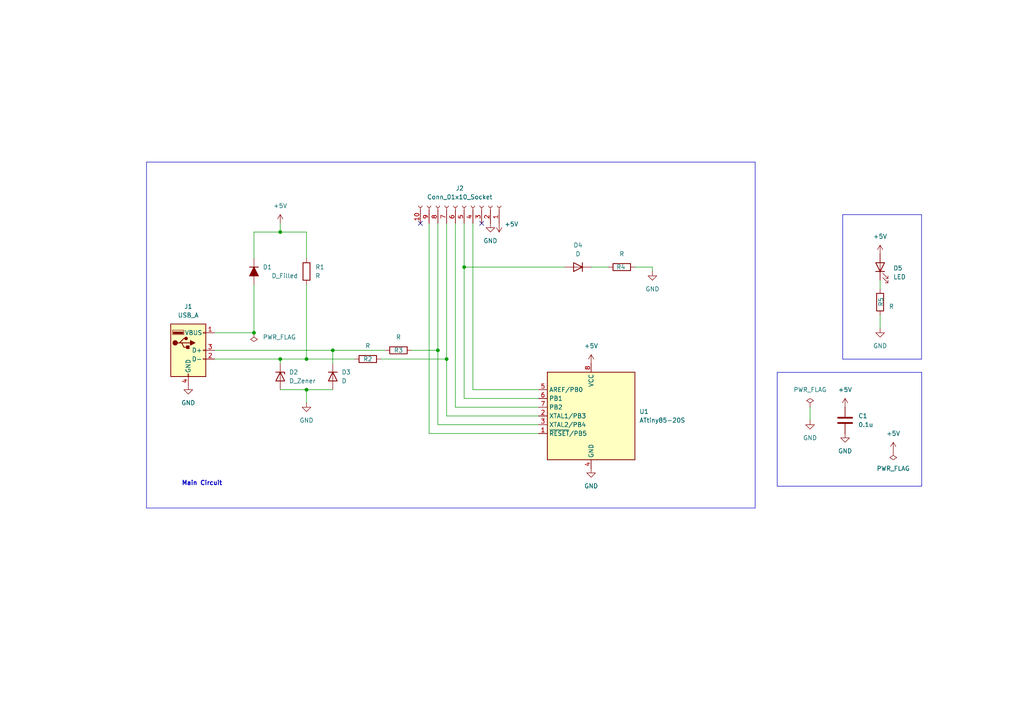
<source format=kicad_sch>
(kicad_sch
	(version 20231120)
	(generator "eeschema")
	(generator_version "8.0")
	(uuid "5b1dfa67-52d0-436a-8f7d-9234cf15aaa7")
	(paper "A4")
	(lib_symbols
		(symbol "+5V_1"
			(power)
			(pin_names
				(offset 0)
			)
			(exclude_from_sim no)
			(in_bom yes)
			(on_board yes)
			(property "Reference" "#PWR"
				(at 0 -3.81 0)
				(effects
					(font
						(size 1.27 1.27)
					)
					(hide yes)
				)
			)
			(property "Value" "+5V_1"
				(at 0 3.556 0)
				(effects
					(font
						(size 1.27 1.27)
					)
				)
			)
			(property "Footprint" ""
				(at 0 0 0)
				(effects
					(font
						(size 1.27 1.27)
					)
					(hide yes)
				)
			)
			(property "Datasheet" ""
				(at 0 0 0)
				(effects
					(font
						(size 1.27 1.27)
					)
					(hide yes)
				)
			)
			(property "Description" "Power symbol creates a global label with name \"+5V\""
				(at 0 0 0)
				(effects
					(font
						(size 1.27 1.27)
					)
					(hide yes)
				)
			)
			(property "ki_keywords" "global power"
				(at 0 0 0)
				(effects
					(font
						(size 1.27 1.27)
					)
					(hide yes)
				)
			)
			(symbol "+5V_1_0_1"
				(polyline
					(pts
						(xy -0.762 1.27) (xy 0 2.54)
					)
					(stroke
						(width 0)
						(type default)
					)
					(fill
						(type none)
					)
				)
				(polyline
					(pts
						(xy 0 0) (xy 0 2.54)
					)
					(stroke
						(width 0)
						(type default)
					)
					(fill
						(type none)
					)
				)
				(polyline
					(pts
						(xy 0 2.54) (xy 0.762 1.27)
					)
					(stroke
						(width 0)
						(type default)
					)
					(fill
						(type none)
					)
				)
			)
			(symbol "+5V_1_1_1"
				(pin power_in line
					(at 0 0 90)
					(length 0) hide
					(name "+5V"
						(effects
							(font
								(size 1.27 1.27)
							)
						)
					)
					(number "1"
						(effects
							(font
								(size 1.27 1.27)
							)
						)
					)
				)
			)
		)
		(symbol "Connector:Conn_01x10_Socket"
			(pin_names
				(offset 1.016) hide)
			(exclude_from_sim no)
			(in_bom yes)
			(on_board yes)
			(property "Reference" "J"
				(at 0 12.7 0)
				(effects
					(font
						(size 1.27 1.27)
					)
				)
			)
			(property "Value" "Conn_01x10_Socket"
				(at 0 -15.24 0)
				(effects
					(font
						(size 1.27 1.27)
					)
				)
			)
			(property "Footprint" ""
				(at 0 0 0)
				(effects
					(font
						(size 1.27 1.27)
					)
					(hide yes)
				)
			)
			(property "Datasheet" "~"
				(at 0 0 0)
				(effects
					(font
						(size 1.27 1.27)
					)
					(hide yes)
				)
			)
			(property "Description" "Generic connector, single row, 01x10, script generated"
				(at 0 0 0)
				(effects
					(font
						(size 1.27 1.27)
					)
					(hide yes)
				)
			)
			(property "ki_locked" ""
				(at 0 0 0)
				(effects
					(font
						(size 1.27 1.27)
					)
				)
			)
			(property "ki_keywords" "connector"
				(at 0 0 0)
				(effects
					(font
						(size 1.27 1.27)
					)
					(hide yes)
				)
			)
			(property "ki_fp_filters" "Connector*:*_1x??_*"
				(at 0 0 0)
				(effects
					(font
						(size 1.27 1.27)
					)
					(hide yes)
				)
			)
			(symbol "Conn_01x10_Socket_1_1"
				(arc
					(start 0 -12.192)
					(mid -0.5058 -12.7)
					(end 0 -13.208)
					(stroke
						(width 0.1524)
						(type default)
					)
					(fill
						(type none)
					)
				)
				(arc
					(start 0 -9.652)
					(mid -0.5058 -10.16)
					(end 0 -10.668)
					(stroke
						(width 0.1524)
						(type default)
					)
					(fill
						(type none)
					)
				)
				(arc
					(start 0 -7.112)
					(mid -0.5058 -7.62)
					(end 0 -8.128)
					(stroke
						(width 0.1524)
						(type default)
					)
					(fill
						(type none)
					)
				)
				(arc
					(start 0 -4.572)
					(mid -0.5058 -5.08)
					(end 0 -5.588)
					(stroke
						(width 0.1524)
						(type default)
					)
					(fill
						(type none)
					)
				)
				(arc
					(start 0 -2.032)
					(mid -0.5058 -2.54)
					(end 0 -3.048)
					(stroke
						(width 0.1524)
						(type default)
					)
					(fill
						(type none)
					)
				)
				(polyline
					(pts
						(xy -1.27 -12.7) (xy -0.508 -12.7)
					)
					(stroke
						(width 0.1524)
						(type default)
					)
					(fill
						(type none)
					)
				)
				(polyline
					(pts
						(xy -1.27 -10.16) (xy -0.508 -10.16)
					)
					(stroke
						(width 0.1524)
						(type default)
					)
					(fill
						(type none)
					)
				)
				(polyline
					(pts
						(xy -1.27 -7.62) (xy -0.508 -7.62)
					)
					(stroke
						(width 0.1524)
						(type default)
					)
					(fill
						(type none)
					)
				)
				(polyline
					(pts
						(xy -1.27 -5.08) (xy -0.508 -5.08)
					)
					(stroke
						(width 0.1524)
						(type default)
					)
					(fill
						(type none)
					)
				)
				(polyline
					(pts
						(xy -1.27 -2.54) (xy -0.508 -2.54)
					)
					(stroke
						(width 0.1524)
						(type default)
					)
					(fill
						(type none)
					)
				)
				(polyline
					(pts
						(xy -1.27 0) (xy -0.508 0)
					)
					(stroke
						(width 0.1524)
						(type default)
					)
					(fill
						(type none)
					)
				)
				(polyline
					(pts
						(xy -1.27 2.54) (xy -0.508 2.54)
					)
					(stroke
						(width 0.1524)
						(type default)
					)
					(fill
						(type none)
					)
				)
				(polyline
					(pts
						(xy -1.27 5.08) (xy -0.508 5.08)
					)
					(stroke
						(width 0.1524)
						(type default)
					)
					(fill
						(type none)
					)
				)
				(polyline
					(pts
						(xy -1.27 7.62) (xy -0.508 7.62)
					)
					(stroke
						(width 0.1524)
						(type default)
					)
					(fill
						(type none)
					)
				)
				(polyline
					(pts
						(xy -1.27 10.16) (xy -0.508 10.16)
					)
					(stroke
						(width 0.1524)
						(type default)
					)
					(fill
						(type none)
					)
				)
				(arc
					(start 0 0.508)
					(mid -0.5058 0)
					(end 0 -0.508)
					(stroke
						(width 0.1524)
						(type default)
					)
					(fill
						(type none)
					)
				)
				(arc
					(start 0 3.048)
					(mid -0.5058 2.54)
					(end 0 2.032)
					(stroke
						(width 0.1524)
						(type default)
					)
					(fill
						(type none)
					)
				)
				(arc
					(start 0 5.588)
					(mid -0.5058 5.08)
					(end 0 4.572)
					(stroke
						(width 0.1524)
						(type default)
					)
					(fill
						(type none)
					)
				)
				(arc
					(start 0 8.128)
					(mid -0.5058 7.62)
					(end 0 7.112)
					(stroke
						(width 0.1524)
						(type default)
					)
					(fill
						(type none)
					)
				)
				(arc
					(start 0 10.668)
					(mid -0.5058 10.16)
					(end 0 9.652)
					(stroke
						(width 0.1524)
						(type default)
					)
					(fill
						(type none)
					)
				)
				(pin passive line
					(at -5.08 10.16 0)
					(length 3.81)
					(name "Pin_1"
						(effects
							(font
								(size 1.27 1.27)
							)
						)
					)
					(number "1"
						(effects
							(font
								(size 1.27 1.27)
							)
						)
					)
				)
				(pin passive line
					(at -5.08 -12.7 0)
					(length 3.81)
					(name "Pin_10"
						(effects
							(font
								(size 1.27 1.27)
							)
						)
					)
					(number "10"
						(effects
							(font
								(size 1.27 1.27)
							)
						)
					)
				)
				(pin passive line
					(at -5.08 7.62 0)
					(length 3.81)
					(name "Pin_2"
						(effects
							(font
								(size 1.27 1.27)
							)
						)
					)
					(number "2"
						(effects
							(font
								(size 1.27 1.27)
							)
						)
					)
				)
				(pin passive line
					(at -5.08 5.08 0)
					(length 3.81)
					(name "Pin_3"
						(effects
							(font
								(size 1.27 1.27)
							)
						)
					)
					(number "3"
						(effects
							(font
								(size 1.27 1.27)
							)
						)
					)
				)
				(pin passive line
					(at -5.08 2.54 0)
					(length 3.81)
					(name "Pin_4"
						(effects
							(font
								(size 1.27 1.27)
							)
						)
					)
					(number "4"
						(effects
							(font
								(size 1.27 1.27)
							)
						)
					)
				)
				(pin passive line
					(at -5.08 0 0)
					(length 3.81)
					(name "Pin_5"
						(effects
							(font
								(size 1.27 1.27)
							)
						)
					)
					(number "5"
						(effects
							(font
								(size 1.27 1.27)
							)
						)
					)
				)
				(pin passive line
					(at -5.08 -2.54 0)
					(length 3.81)
					(name "Pin_6"
						(effects
							(font
								(size 1.27 1.27)
							)
						)
					)
					(number "6"
						(effects
							(font
								(size 1.27 1.27)
							)
						)
					)
				)
				(pin passive line
					(at -5.08 -5.08 0)
					(length 3.81)
					(name "Pin_7"
						(effects
							(font
								(size 1.27 1.27)
							)
						)
					)
					(number "7"
						(effects
							(font
								(size 1.27 1.27)
							)
						)
					)
				)
				(pin passive line
					(at -5.08 -7.62 0)
					(length 3.81)
					(name "Pin_8"
						(effects
							(font
								(size 1.27 1.27)
							)
						)
					)
					(number "8"
						(effects
							(font
								(size 1.27 1.27)
							)
						)
					)
				)
				(pin passive line
					(at -5.08 -10.16 0)
					(length 3.81)
					(name "Pin_9"
						(effects
							(font
								(size 1.27 1.27)
							)
						)
					)
					(number "9"
						(effects
							(font
								(size 1.27 1.27)
							)
						)
					)
				)
			)
		)
		(symbol "Connector:USB_A"
			(pin_names
				(offset 1.016)
			)
			(exclude_from_sim no)
			(in_bom yes)
			(on_board yes)
			(property "Reference" "J2"
				(at 0 12.7 0)
				(effects
					(font
						(size 1.27 1.27)
					)
				)
			)
			(property "Value" "USB_A"
				(at 0 10.16 0)
				(effects
					(font
						(size 1.27 1.27)
					)
				)
			)
			(property "Footprint" ""
				(at 3.81 -1.27 0)
				(effects
					(font
						(size 1.27 1.27)
					)
					(hide yes)
				)
			)
			(property "Datasheet" " ~"
				(at 3.81 -1.27 0)
				(effects
					(font
						(size 1.27 1.27)
					)
					(hide yes)
				)
			)
			(property "Description" "USB Type A connector"
				(at 0 0 0)
				(effects
					(font
						(size 1.27 1.27)
					)
					(hide yes)
				)
			)
			(property "ki_keywords" "connector USB"
				(at 0 0 0)
				(effects
					(font
						(size 1.27 1.27)
					)
					(hide yes)
				)
			)
			(property "ki_fp_filters" "USB*"
				(at 0 0 0)
				(effects
					(font
						(size 1.27 1.27)
					)
					(hide yes)
				)
			)
			(symbol "USB_A_0_1"
				(rectangle
					(start -5.08 -7.62)
					(end 5.08 7.62)
					(stroke
						(width 0.254)
						(type default)
					)
					(fill
						(type background)
					)
				)
				(circle
					(center -3.81 2.159)
					(radius 0.635)
					(stroke
						(width 0.254)
						(type default)
					)
					(fill
						(type outline)
					)
				)
				(rectangle
					(start -1.524 4.826)
					(end -4.318 5.334)
					(stroke
						(width 0)
						(type default)
					)
					(fill
						(type outline)
					)
				)
				(rectangle
					(start -1.27 4.572)
					(end -4.572 5.842)
					(stroke
						(width 0)
						(type default)
					)
					(fill
						(type none)
					)
				)
				(circle
					(center -0.635 3.429)
					(radius 0.381)
					(stroke
						(width 0.254)
						(type default)
					)
					(fill
						(type outline)
					)
				)
				(rectangle
					(start -0.127 -7.62)
					(end 0.127 -6.858)
					(stroke
						(width 0)
						(type default)
					)
					(fill
						(type none)
					)
				)
				(polyline
					(pts
						(xy -3.175 2.159) (xy -2.54 2.159) (xy -1.27 3.429) (xy -0.635 3.429)
					)
					(stroke
						(width 0.254)
						(type default)
					)
					(fill
						(type none)
					)
				)
				(polyline
					(pts
						(xy -2.54 2.159) (xy -1.905 2.159) (xy -1.27 0.889) (xy 0 0.889)
					)
					(stroke
						(width 0.254)
						(type default)
					)
					(fill
						(type none)
					)
				)
				(polyline
					(pts
						(xy 0.635 2.794) (xy 0.635 1.524) (xy 1.905 2.159) (xy 0.635 2.794)
					)
					(stroke
						(width 0.254)
						(type default)
					)
					(fill
						(type outline)
					)
				)
				(rectangle
					(start 0.254 1.27)
					(end -0.508 0.508)
					(stroke
						(width 0.254)
						(type default)
					)
					(fill
						(type outline)
					)
				)
				(rectangle
					(start 5.08 -2.667)
					(end 4.318 -2.413)
					(stroke
						(width 0)
						(type default)
					)
					(fill
						(type none)
					)
				)
				(rectangle
					(start 5.08 -0.127)
					(end 4.318 0.127)
					(stroke
						(width 0)
						(type default)
					)
					(fill
						(type none)
					)
				)
				(rectangle
					(start 5.08 4.953)
					(end 4.318 5.207)
					(stroke
						(width 0)
						(type default)
					)
					(fill
						(type none)
					)
				)
			)
			(symbol "USB_A_1_1"
				(polyline
					(pts
						(xy -1.905 2.159) (xy 0.635 2.159)
					)
					(stroke
						(width 0.254)
						(type default)
					)
					(fill
						(type none)
					)
				)
				(pin power_in line
					(at 7.62 5.08 180)
					(length 2.54)
					(name "VBUS"
						(effects
							(font
								(size 1.27 1.27)
							)
						)
					)
					(number "1"
						(effects
							(font
								(size 1.27 1.27)
							)
						)
					)
				)
				(pin bidirectional line
					(at 7.62 -2.54 180)
					(length 2.54)
					(name "D-"
						(effects
							(font
								(size 1.27 1.27)
							)
						)
					)
					(number "2"
						(effects
							(font
								(size 1.27 1.27)
							)
						)
					)
				)
				(pin bidirectional line
					(at 7.62 0 180)
					(length 2.54)
					(name "D+"
						(effects
							(font
								(size 1.27 1.27)
							)
						)
					)
					(number "3"
						(effects
							(font
								(size 1.27 1.27)
							)
						)
					)
				)
				(pin power_in line
					(at 0 -10.16 90)
					(length 2.54)
					(name "GND"
						(effects
							(font
								(size 1.27 1.27)
							)
						)
					)
					(number "4"
						(effects
							(font
								(size 1.27 1.27)
							)
						)
					)
				)
			)
		)
		(symbol "D_Filled_1"
			(pin_numbers hide)
			(pin_names
				(offset 1.016) hide)
			(exclude_from_sim no)
			(in_bom yes)
			(on_board yes)
			(property "Reference" "D"
				(at 0 2.54 0)
				(effects
					(font
						(size 1.27 1.27)
					)
				)
			)
			(property "Value" "D_Filled"
				(at 0 -2.54 0)
				(effects
					(font
						(size 1.27 1.27)
					)
				)
			)
			(property "Footprint" ""
				(at 0 0 0)
				(effects
					(font
						(size 1.27 1.27)
					)
					(hide yes)
				)
			)
			(property "Datasheet" "~"
				(at 0 0 0)
				(effects
					(font
						(size 1.27 1.27)
					)
					(hide yes)
				)
			)
			(property "Description" "Diode, filled shape"
				(at 0 0 0)
				(effects
					(font
						(size 1.27 1.27)
					)
					(hide yes)
				)
			)
			(property "Sim.Device" "D"
				(at 0 0 0)
				(effects
					(font
						(size 1.27 1.27)
					)
					(hide yes)
				)
			)
			(property "Sim.Pins" "1=K 2=A"
				(at 0 0 0)
				(effects
					(font
						(size 1.27 1.27)
					)
					(hide yes)
				)
			)
			(property "ki_keywords" "diode"
				(at 0 0 0)
				(effects
					(font
						(size 1.27 1.27)
					)
					(hide yes)
				)
			)
			(property "ki_fp_filters" "TO-???* *_Diode_* *SingleDiode* D_*"
				(at 0 0 0)
				(effects
					(font
						(size 1.27 1.27)
					)
					(hide yes)
				)
			)
			(symbol "D_Filled_1_0_1"
				(polyline
					(pts
						(xy -1.27 1.27) (xy -1.27 -1.27)
					)
					(stroke
						(width 0.254)
						(type default)
					)
					(fill
						(type none)
					)
				)
				(polyline
					(pts
						(xy 1.27 0) (xy -1.27 0)
					)
					(stroke
						(width 0)
						(type default)
					)
					(fill
						(type none)
					)
				)
				(polyline
					(pts
						(xy 1.27 1.27) (xy 1.27 -1.27) (xy -1.27 0) (xy 1.27 1.27)
					)
					(stroke
						(width 0.254)
						(type default)
					)
					(fill
						(type outline)
					)
				)
			)
			(symbol "D_Filled_1_1_1"
				(pin passive line
					(at -3.81 0 0)
					(length 2.54)
					(name "K"
						(effects
							(font
								(size 1.27 1.27)
							)
						)
					)
					(number "1"
						(effects
							(font
								(size 1.27 1.27)
							)
						)
					)
				)
				(pin passive line
					(at 3.81 0 180)
					(length 2.54)
					(name "A"
						(effects
							(font
								(size 1.27 1.27)
							)
						)
					)
					(number "2"
						(effects
							(font
								(size 1.27 1.27)
							)
						)
					)
				)
			)
		)
		(symbol "Device:C"
			(pin_numbers hide)
			(pin_names
				(offset 0.254)
			)
			(exclude_from_sim no)
			(in_bom yes)
			(on_board yes)
			(property "Reference" "C"
				(at 0.635 2.54 0)
				(effects
					(font
						(size 1.27 1.27)
					)
					(justify left)
				)
			)
			(property "Value" "C"
				(at 0.635 -2.54 0)
				(effects
					(font
						(size 1.27 1.27)
					)
					(justify left)
				)
			)
			(property "Footprint" ""
				(at 0.9652 -3.81 0)
				(effects
					(font
						(size 1.27 1.27)
					)
					(hide yes)
				)
			)
			(property "Datasheet" "~"
				(at 0 0 0)
				(effects
					(font
						(size 1.27 1.27)
					)
					(hide yes)
				)
			)
			(property "Description" "Unpolarized capacitor"
				(at 0 0 0)
				(effects
					(font
						(size 1.27 1.27)
					)
					(hide yes)
				)
			)
			(property "ki_keywords" "cap capacitor"
				(at 0 0 0)
				(effects
					(font
						(size 1.27 1.27)
					)
					(hide yes)
				)
			)
			(property "ki_fp_filters" "C_*"
				(at 0 0 0)
				(effects
					(font
						(size 1.27 1.27)
					)
					(hide yes)
				)
			)
			(symbol "C_0_1"
				(polyline
					(pts
						(xy -2.032 -0.762) (xy 2.032 -0.762)
					)
					(stroke
						(width 0.508)
						(type default)
					)
					(fill
						(type none)
					)
				)
				(polyline
					(pts
						(xy -2.032 0.762) (xy 2.032 0.762)
					)
					(stroke
						(width 0.508)
						(type default)
					)
					(fill
						(type none)
					)
				)
			)
			(symbol "C_1_1"
				(pin passive line
					(at 0 3.81 270)
					(length 2.794)
					(name "~"
						(effects
							(font
								(size 1.27 1.27)
							)
						)
					)
					(number "1"
						(effects
							(font
								(size 1.27 1.27)
							)
						)
					)
				)
				(pin passive line
					(at 0 -3.81 90)
					(length 2.794)
					(name "~"
						(effects
							(font
								(size 1.27 1.27)
							)
						)
					)
					(number "2"
						(effects
							(font
								(size 1.27 1.27)
							)
						)
					)
				)
			)
		)
		(symbol "Device:D"
			(pin_numbers hide)
			(pin_names
				(offset 1.016) hide)
			(exclude_from_sim no)
			(in_bom yes)
			(on_board yes)
			(property "Reference" "D"
				(at 0 2.54 0)
				(effects
					(font
						(size 1.27 1.27)
					)
				)
			)
			(property "Value" "D"
				(at 0 -2.54 0)
				(effects
					(font
						(size 1.27 1.27)
					)
				)
			)
			(property "Footprint" ""
				(at 0 0 0)
				(effects
					(font
						(size 1.27 1.27)
					)
					(hide yes)
				)
			)
			(property "Datasheet" "~"
				(at 0 0 0)
				(effects
					(font
						(size 1.27 1.27)
					)
					(hide yes)
				)
			)
			(property "Description" "Diode"
				(at 0 0 0)
				(effects
					(font
						(size 1.27 1.27)
					)
					(hide yes)
				)
			)
			(property "Sim.Device" "D"
				(at 0 0 0)
				(effects
					(font
						(size 1.27 1.27)
					)
					(hide yes)
				)
			)
			(property "Sim.Pins" "1=K 2=A"
				(at 0 0 0)
				(effects
					(font
						(size 1.27 1.27)
					)
					(hide yes)
				)
			)
			(property "ki_keywords" "diode"
				(at 0 0 0)
				(effects
					(font
						(size 1.27 1.27)
					)
					(hide yes)
				)
			)
			(property "ki_fp_filters" "TO-???* *_Diode_* *SingleDiode* D_*"
				(at 0 0 0)
				(effects
					(font
						(size 1.27 1.27)
					)
					(hide yes)
				)
			)
			(symbol "D_0_1"
				(polyline
					(pts
						(xy -1.27 1.27) (xy -1.27 -1.27)
					)
					(stroke
						(width 0.254)
						(type default)
					)
					(fill
						(type none)
					)
				)
				(polyline
					(pts
						(xy 1.27 0) (xy -1.27 0)
					)
					(stroke
						(width 0)
						(type default)
					)
					(fill
						(type none)
					)
				)
				(polyline
					(pts
						(xy 1.27 1.27) (xy 1.27 -1.27) (xy -1.27 0) (xy 1.27 1.27)
					)
					(stroke
						(width 0.254)
						(type default)
					)
					(fill
						(type none)
					)
				)
			)
			(symbol "D_1_1"
				(pin passive line
					(at -3.81 0 0)
					(length 2.54)
					(name "K"
						(effects
							(font
								(size 1.27 1.27)
							)
						)
					)
					(number "1"
						(effects
							(font
								(size 1.27 1.27)
							)
						)
					)
				)
				(pin passive line
					(at 3.81 0 180)
					(length 2.54)
					(name "A"
						(effects
							(font
								(size 1.27 1.27)
							)
						)
					)
					(number "2"
						(effects
							(font
								(size 1.27 1.27)
							)
						)
					)
				)
			)
		)
		(symbol "Device:D_Zener"
			(pin_numbers hide)
			(pin_names
				(offset 1.016) hide)
			(exclude_from_sim no)
			(in_bom yes)
			(on_board yes)
			(property "Reference" "D"
				(at 0 2.54 0)
				(effects
					(font
						(size 1.27 1.27)
					)
				)
			)
			(property "Value" "D_Zener"
				(at 0 -2.54 0)
				(effects
					(font
						(size 1.27 1.27)
					)
				)
			)
			(property "Footprint" ""
				(at 0 0 0)
				(effects
					(font
						(size 1.27 1.27)
					)
					(hide yes)
				)
			)
			(property "Datasheet" "~"
				(at 0 0 0)
				(effects
					(font
						(size 1.27 1.27)
					)
					(hide yes)
				)
			)
			(property "Description" "Zener diode"
				(at 0 0 0)
				(effects
					(font
						(size 1.27 1.27)
					)
					(hide yes)
				)
			)
			(property "ki_keywords" "diode"
				(at 0 0 0)
				(effects
					(font
						(size 1.27 1.27)
					)
					(hide yes)
				)
			)
			(property "ki_fp_filters" "TO-???* *_Diode_* *SingleDiode* D_*"
				(at 0 0 0)
				(effects
					(font
						(size 1.27 1.27)
					)
					(hide yes)
				)
			)
			(symbol "D_Zener_0_1"
				(polyline
					(pts
						(xy 1.27 0) (xy -1.27 0)
					)
					(stroke
						(width 0)
						(type default)
					)
					(fill
						(type none)
					)
				)
				(polyline
					(pts
						(xy -1.27 -1.27) (xy -1.27 1.27) (xy -0.762 1.27)
					)
					(stroke
						(width 0.254)
						(type default)
					)
					(fill
						(type none)
					)
				)
				(polyline
					(pts
						(xy 1.27 -1.27) (xy 1.27 1.27) (xy -1.27 0) (xy 1.27 -1.27)
					)
					(stroke
						(width 0.254)
						(type default)
					)
					(fill
						(type none)
					)
				)
			)
			(symbol "D_Zener_1_1"
				(pin passive line
					(at -3.81 0 0)
					(length 2.54)
					(name "K"
						(effects
							(font
								(size 1.27 1.27)
							)
						)
					)
					(number "1"
						(effects
							(font
								(size 1.27 1.27)
							)
						)
					)
				)
				(pin passive line
					(at 3.81 0 180)
					(length 2.54)
					(name "A"
						(effects
							(font
								(size 1.27 1.27)
							)
						)
					)
					(number "2"
						(effects
							(font
								(size 1.27 1.27)
							)
						)
					)
				)
			)
		)
		(symbol "Device:LED"
			(pin_numbers hide)
			(pin_names
				(offset 1.016) hide)
			(exclude_from_sim no)
			(in_bom yes)
			(on_board yes)
			(property "Reference" "D"
				(at 0 2.54 0)
				(effects
					(font
						(size 1.27 1.27)
					)
				)
			)
			(property "Value" "LED"
				(at 0 -2.54 0)
				(effects
					(font
						(size 1.27 1.27)
					)
				)
			)
			(property "Footprint" ""
				(at 0 0 0)
				(effects
					(font
						(size 1.27 1.27)
					)
					(hide yes)
				)
			)
			(property "Datasheet" "~"
				(at 0 0 0)
				(effects
					(font
						(size 1.27 1.27)
					)
					(hide yes)
				)
			)
			(property "Description" "Light emitting diode"
				(at 0 0 0)
				(effects
					(font
						(size 1.27 1.27)
					)
					(hide yes)
				)
			)
			(property "ki_keywords" "LED diode"
				(at 0 0 0)
				(effects
					(font
						(size 1.27 1.27)
					)
					(hide yes)
				)
			)
			(property "ki_fp_filters" "LED* LED_SMD:* LED_THT:*"
				(at 0 0 0)
				(effects
					(font
						(size 1.27 1.27)
					)
					(hide yes)
				)
			)
			(symbol "LED_0_1"
				(polyline
					(pts
						(xy -1.27 -1.27) (xy -1.27 1.27)
					)
					(stroke
						(width 0.254)
						(type default)
					)
					(fill
						(type none)
					)
				)
				(polyline
					(pts
						(xy -1.27 0) (xy 1.27 0)
					)
					(stroke
						(width 0)
						(type default)
					)
					(fill
						(type none)
					)
				)
				(polyline
					(pts
						(xy 1.27 -1.27) (xy 1.27 1.27) (xy -1.27 0) (xy 1.27 -1.27)
					)
					(stroke
						(width 0.254)
						(type default)
					)
					(fill
						(type none)
					)
				)
				(polyline
					(pts
						(xy -3.048 -0.762) (xy -4.572 -2.286) (xy -3.81 -2.286) (xy -4.572 -2.286) (xy -4.572 -1.524)
					)
					(stroke
						(width 0)
						(type default)
					)
					(fill
						(type none)
					)
				)
				(polyline
					(pts
						(xy -1.778 -0.762) (xy -3.302 -2.286) (xy -2.54 -2.286) (xy -3.302 -2.286) (xy -3.302 -1.524)
					)
					(stroke
						(width 0)
						(type default)
					)
					(fill
						(type none)
					)
				)
			)
			(symbol "LED_1_1"
				(pin passive line
					(at -3.81 0 0)
					(length 2.54)
					(name "K"
						(effects
							(font
								(size 1.27 1.27)
							)
						)
					)
					(number "1"
						(effects
							(font
								(size 1.27 1.27)
							)
						)
					)
				)
				(pin passive line
					(at 3.81 0 180)
					(length 2.54)
					(name "A"
						(effects
							(font
								(size 1.27 1.27)
							)
						)
					)
					(number "2"
						(effects
							(font
								(size 1.27 1.27)
							)
						)
					)
				)
			)
		)
		(symbol "Device:R"
			(pin_numbers hide)
			(pin_names
				(offset 0)
			)
			(exclude_from_sim no)
			(in_bom yes)
			(on_board yes)
			(property "Reference" "R"
				(at 2.032 0 90)
				(effects
					(font
						(size 1.27 1.27)
					)
				)
			)
			(property "Value" "R"
				(at 0 0 90)
				(effects
					(font
						(size 1.27 1.27)
					)
				)
			)
			(property "Footprint" ""
				(at -1.778 0 90)
				(effects
					(font
						(size 1.27 1.27)
					)
					(hide yes)
				)
			)
			(property "Datasheet" "~"
				(at 0 0 0)
				(effects
					(font
						(size 1.27 1.27)
					)
					(hide yes)
				)
			)
			(property "Description" "Resistor"
				(at 0 0 0)
				(effects
					(font
						(size 1.27 1.27)
					)
					(hide yes)
				)
			)
			(property "ki_keywords" "R res resistor"
				(at 0 0 0)
				(effects
					(font
						(size 1.27 1.27)
					)
					(hide yes)
				)
			)
			(property "ki_fp_filters" "R_*"
				(at 0 0 0)
				(effects
					(font
						(size 1.27 1.27)
					)
					(hide yes)
				)
			)
			(symbol "R_0_1"
				(rectangle
					(start -1.016 -2.54)
					(end 1.016 2.54)
					(stroke
						(width 0.254)
						(type default)
					)
					(fill
						(type none)
					)
				)
			)
			(symbol "R_1_1"
				(pin passive line
					(at 0 3.81 270)
					(length 1.27)
					(name "~"
						(effects
							(font
								(size 1.27 1.27)
							)
						)
					)
					(number "1"
						(effects
							(font
								(size 1.27 1.27)
							)
						)
					)
				)
				(pin passive line
					(at 0 -3.81 90)
					(length 1.27)
					(name "~"
						(effects
							(font
								(size 1.27 1.27)
							)
						)
					)
					(number "2"
						(effects
							(font
								(size 1.27 1.27)
							)
						)
					)
				)
			)
		)
		(symbol "GND_1"
			(power)
			(pin_names
				(offset 0)
			)
			(exclude_from_sim no)
			(in_bom yes)
			(on_board yes)
			(property "Reference" "#PWR"
				(at 0 -6.35 0)
				(effects
					(font
						(size 1.27 1.27)
					)
					(hide yes)
				)
			)
			(property "Value" "GND_1"
				(at 0 -3.81 0)
				(effects
					(font
						(size 1.27 1.27)
					)
				)
			)
			(property "Footprint" ""
				(at 0 0 0)
				(effects
					(font
						(size 1.27 1.27)
					)
					(hide yes)
				)
			)
			(property "Datasheet" ""
				(at 0 0 0)
				(effects
					(font
						(size 1.27 1.27)
					)
					(hide yes)
				)
			)
			(property "Description" "Power symbol creates a global label with name \"GND\" , ground"
				(at 0 0 0)
				(effects
					(font
						(size 1.27 1.27)
					)
					(hide yes)
				)
			)
			(property "ki_keywords" "global power"
				(at 0 0 0)
				(effects
					(font
						(size 1.27 1.27)
					)
					(hide yes)
				)
			)
			(symbol "GND_1_0_1"
				(polyline
					(pts
						(xy 0 0) (xy 0 -1.27) (xy 1.27 -1.27) (xy 0 -2.54) (xy -1.27 -1.27) (xy 0 -1.27)
					)
					(stroke
						(width 0)
						(type default)
					)
					(fill
						(type none)
					)
				)
			)
			(symbol "GND_1_1_1"
				(pin power_in line
					(at 0 0 270)
					(length 0) hide
					(name "GND"
						(effects
							(font
								(size 1.27 1.27)
							)
						)
					)
					(number "1"
						(effects
							(font
								(size 1.27 1.27)
							)
						)
					)
				)
			)
		)
		(symbol "MCU_Microchip_ATtiny:ATtiny85-20S"
			(exclude_from_sim no)
			(in_bom yes)
			(on_board yes)
			(property "Reference" "U"
				(at -12.7 13.97 0)
				(effects
					(font
						(size 1.27 1.27)
					)
					(justify left bottom)
				)
			)
			(property "Value" "ATtiny85-20S"
				(at 2.54 -13.97 0)
				(effects
					(font
						(size 1.27 1.27)
					)
					(justify left top)
				)
			)
			(property "Footprint" "Package_SO:SOIC-8W_5.3x5.3mm_P1.27mm"
				(at 0 0 0)
				(effects
					(font
						(size 1.27 1.27)
						(italic yes)
					)
					(hide yes)
				)
			)
			(property "Datasheet" "http://ww1.microchip.com/downloads/en/DeviceDoc/atmel-2586-avr-8-bit-microcontroller-attiny25-attiny45-attiny85_datasheet.pdf"
				(at 0 0 0)
				(effects
					(font
						(size 1.27 1.27)
					)
					(hide yes)
				)
			)
			(property "Description" "20MHz, 8kB Flash, 512B SRAM, 512B EEPROM, debugWIRE, SOIC-8W"
				(at 0 0 0)
				(effects
					(font
						(size 1.27 1.27)
					)
					(hide yes)
				)
			)
			(property "ki_keywords" "AVR 8bit Microcontroller tinyAVR"
				(at 0 0 0)
				(effects
					(font
						(size 1.27 1.27)
					)
					(hide yes)
				)
			)
			(property "ki_fp_filters" "SOIC*5.3x5.3mm*P1.27mm*"
				(at 0 0 0)
				(effects
					(font
						(size 1.27 1.27)
					)
					(hide yes)
				)
			)
			(symbol "ATtiny85-20S_0_1"
				(rectangle
					(start -12.7 -12.7)
					(end 12.7 12.7)
					(stroke
						(width 0.254)
						(type default)
					)
					(fill
						(type background)
					)
				)
			)
			(symbol "ATtiny85-20S_1_1"
				(pin bidirectional line
					(at 15.24 -5.08 180)
					(length 2.54)
					(name "~{RESET}/PB5"
						(effects
							(font
								(size 1.27 1.27)
							)
						)
					)
					(number "1"
						(effects
							(font
								(size 1.27 1.27)
							)
						)
					)
				)
				(pin bidirectional line
					(at 15.24 0 180)
					(length 2.54)
					(name "XTAL1/PB3"
						(effects
							(font
								(size 1.27 1.27)
							)
						)
					)
					(number "2"
						(effects
							(font
								(size 1.27 1.27)
							)
						)
					)
				)
				(pin bidirectional line
					(at 15.24 -2.54 180)
					(length 2.54)
					(name "XTAL2/PB4"
						(effects
							(font
								(size 1.27 1.27)
							)
						)
					)
					(number "3"
						(effects
							(font
								(size 1.27 1.27)
							)
						)
					)
				)
				(pin power_in line
					(at 0 -15.24 90)
					(length 2.54)
					(name "GND"
						(effects
							(font
								(size 1.27 1.27)
							)
						)
					)
					(number "4"
						(effects
							(font
								(size 1.27 1.27)
							)
						)
					)
				)
				(pin bidirectional line
					(at 15.24 7.62 180)
					(length 2.54)
					(name "AREF/PB0"
						(effects
							(font
								(size 1.27 1.27)
							)
						)
					)
					(number "5"
						(effects
							(font
								(size 1.27 1.27)
							)
						)
					)
				)
				(pin bidirectional line
					(at 15.24 5.08 180)
					(length 2.54)
					(name "PB1"
						(effects
							(font
								(size 1.27 1.27)
							)
						)
					)
					(number "6"
						(effects
							(font
								(size 1.27 1.27)
							)
						)
					)
				)
				(pin bidirectional line
					(at 15.24 2.54 180)
					(length 2.54)
					(name "PB2"
						(effects
							(font
								(size 1.27 1.27)
							)
						)
					)
					(number "7"
						(effects
							(font
								(size 1.27 1.27)
							)
						)
					)
				)
				(pin power_in line
					(at 0 15.24 270)
					(length 2.54)
					(name "VCC"
						(effects
							(font
								(size 1.27 1.27)
							)
						)
					)
					(number "8"
						(effects
							(font
								(size 1.27 1.27)
							)
						)
					)
				)
			)
		)
		(symbol "PWR_FLAG_1"
			(power)
			(pin_numbers hide)
			(pin_names
				(offset 0) hide)
			(exclude_from_sim no)
			(in_bom yes)
			(on_board yes)
			(property "Reference" "#FLG"
				(at 0 1.905 0)
				(effects
					(font
						(size 1.27 1.27)
					)
					(hide yes)
				)
			)
			(property "Value" "PWR_FLAG_1"
				(at 0 3.81 0)
				(effects
					(font
						(size 1.27 1.27)
					)
				)
			)
			(property "Footprint" ""
				(at 0 0 0)
				(effects
					(font
						(size 1.27 1.27)
					)
					(hide yes)
				)
			)
			(property "Datasheet" "~"
				(at 0 0 0)
				(effects
					(font
						(size 1.27 1.27)
					)
					(hide yes)
				)
			)
			(property "Description" "Special symbol for telling ERC where power comes from"
				(at 0 0 0)
				(effects
					(font
						(size 1.27 1.27)
					)
					(hide yes)
				)
			)
			(property "ki_keywords" "flag power"
				(at 0 0 0)
				(effects
					(font
						(size 1.27 1.27)
					)
					(hide yes)
				)
			)
			(symbol "PWR_FLAG_1_0_0"
				(pin power_out line
					(at 0 0 90)
					(length 0)
					(name "pwr"
						(effects
							(font
								(size 1.27 1.27)
							)
						)
					)
					(number "1"
						(effects
							(font
								(size 1.27 1.27)
							)
						)
					)
				)
			)
			(symbol "PWR_FLAG_1_0_1"
				(polyline
					(pts
						(xy 0 0) (xy 0 1.27) (xy -1.016 1.905) (xy 0 2.54) (xy 1.016 1.905) (xy 0 1.27)
					)
					(stroke
						(width 0)
						(type default)
					)
					(fill
						(type none)
					)
				)
			)
		)
		(symbol "power:+5V"
			(power)
			(pin_numbers hide)
			(pin_names
				(offset 0) hide)
			(exclude_from_sim no)
			(in_bom yes)
			(on_board yes)
			(property "Reference" "#PWR"
				(at 0 -3.81 0)
				(effects
					(font
						(size 1.27 1.27)
					)
					(hide yes)
				)
			)
			(property "Value" "+5V"
				(at 0 3.556 0)
				(effects
					(font
						(size 1.27 1.27)
					)
				)
			)
			(property "Footprint" ""
				(at 0 0 0)
				(effects
					(font
						(size 1.27 1.27)
					)
					(hide yes)
				)
			)
			(property "Datasheet" ""
				(at 0 0 0)
				(effects
					(font
						(size 1.27 1.27)
					)
					(hide yes)
				)
			)
			(property "Description" "Power symbol creates a global label with name \"+5V\""
				(at 0 0 0)
				(effects
					(font
						(size 1.27 1.27)
					)
					(hide yes)
				)
			)
			(property "ki_keywords" "global power"
				(at 0 0 0)
				(effects
					(font
						(size 1.27 1.27)
					)
					(hide yes)
				)
			)
			(symbol "+5V_0_1"
				(polyline
					(pts
						(xy -0.762 1.27) (xy 0 2.54)
					)
					(stroke
						(width 0)
						(type default)
					)
					(fill
						(type none)
					)
				)
				(polyline
					(pts
						(xy 0 0) (xy 0 2.54)
					)
					(stroke
						(width 0)
						(type default)
					)
					(fill
						(type none)
					)
				)
				(polyline
					(pts
						(xy 0 2.54) (xy 0.762 1.27)
					)
					(stroke
						(width 0)
						(type default)
					)
					(fill
						(type none)
					)
				)
			)
			(symbol "+5V_1_1"
				(pin power_in line
					(at 0 0 90)
					(length 0)
					(name "~"
						(effects
							(font
								(size 1.27 1.27)
							)
						)
					)
					(number "1"
						(effects
							(font
								(size 1.27 1.27)
							)
						)
					)
				)
			)
		)
		(symbol "power:GND"
			(power)
			(pin_numbers hide)
			(pin_names
				(offset 0) hide)
			(exclude_from_sim no)
			(in_bom yes)
			(on_board yes)
			(property "Reference" "#PWR"
				(at 0 -6.35 0)
				(effects
					(font
						(size 1.27 1.27)
					)
					(hide yes)
				)
			)
			(property "Value" "GND"
				(at 0 -3.81 0)
				(effects
					(font
						(size 1.27 1.27)
					)
				)
			)
			(property "Footprint" ""
				(at 0 0 0)
				(effects
					(font
						(size 1.27 1.27)
					)
					(hide yes)
				)
			)
			(property "Datasheet" ""
				(at 0 0 0)
				(effects
					(font
						(size 1.27 1.27)
					)
					(hide yes)
				)
			)
			(property "Description" "Power symbol creates a global label with name \"GND\" , ground"
				(at 0 0 0)
				(effects
					(font
						(size 1.27 1.27)
					)
					(hide yes)
				)
			)
			(property "ki_keywords" "global power"
				(at 0 0 0)
				(effects
					(font
						(size 1.27 1.27)
					)
					(hide yes)
				)
			)
			(symbol "GND_0_1"
				(polyline
					(pts
						(xy 0 0) (xy 0 -1.27) (xy 1.27 -1.27) (xy 0 -2.54) (xy -1.27 -1.27) (xy 0 -1.27)
					)
					(stroke
						(width 0)
						(type default)
					)
					(fill
						(type none)
					)
				)
			)
			(symbol "GND_1_1"
				(pin power_in line
					(at 0 0 270)
					(length 0)
					(name "~"
						(effects
							(font
								(size 1.27 1.27)
							)
						)
					)
					(number "1"
						(effects
							(font
								(size 1.27 1.27)
							)
						)
					)
				)
			)
		)
		(symbol "power:PWR_FLAG"
			(power)
			(pin_numbers hide)
			(pin_names
				(offset 0) hide)
			(exclude_from_sim no)
			(in_bom yes)
			(on_board yes)
			(property "Reference" "#FLG"
				(at 0 1.905 0)
				(effects
					(font
						(size 1.27 1.27)
					)
					(hide yes)
				)
			)
			(property "Value" "PWR_FLAG"
				(at 0 3.81 0)
				(effects
					(font
						(size 1.27 1.27)
					)
				)
			)
			(property "Footprint" ""
				(at 0 0 0)
				(effects
					(font
						(size 1.27 1.27)
					)
					(hide yes)
				)
			)
			(property "Datasheet" "~"
				(at 0 0 0)
				(effects
					(font
						(size 1.27 1.27)
					)
					(hide yes)
				)
			)
			(property "Description" "Special symbol for telling ERC where power comes from"
				(at 0 0 0)
				(effects
					(font
						(size 1.27 1.27)
					)
					(hide yes)
				)
			)
			(property "ki_keywords" "flag power"
				(at 0 0 0)
				(effects
					(font
						(size 1.27 1.27)
					)
					(hide yes)
				)
			)
			(symbol "PWR_FLAG_0_0"
				(pin power_out line
					(at 0 0 90)
					(length 0)
					(name "~"
						(effects
							(font
								(size 1.27 1.27)
							)
						)
					)
					(number "1"
						(effects
							(font
								(size 1.27 1.27)
							)
						)
					)
				)
			)
			(symbol "PWR_FLAG_0_1"
				(polyline
					(pts
						(xy 0 0) (xy 0 1.27) (xy -1.016 1.905) (xy 0 2.54) (xy 1.016 1.905) (xy 0 1.27)
					)
					(stroke
						(width 0)
						(type default)
					)
					(fill
						(type none)
					)
				)
			)
		)
	)
	(junction
		(at 73.66 96.52)
		(diameter 0)
		(color 0 0 0 0)
		(uuid "0be41ff5-475b-496a-86dc-44e3de39b20c")
	)
	(junction
		(at 134.62 77.47)
		(diameter 0)
		(color 0 0 0 0)
		(uuid "0de190b1-d3b0-44c5-9754-c376e41330af")
	)
	(junction
		(at 127 101.6)
		(diameter 0)
		(color 0 0 0 0)
		(uuid "1ada190b-9ecf-46a0-944c-5b7c6b7cd435")
	)
	(junction
		(at 81.28 67.31)
		(diameter 0)
		(color 0 0 0 0)
		(uuid "1d71ddd0-a889-4285-9f7a-db79cd581106")
	)
	(junction
		(at 88.9 104.14)
		(diameter 0)
		(color 0 0 0 0)
		(uuid "26dd41e0-9858-475b-809c-a4c4660639f1")
	)
	(junction
		(at 81.28 104.14)
		(diameter 0)
		(color 0 0 0 0)
		(uuid "5815fea7-41a0-4c56-a453-047e8a4014d0")
	)
	(junction
		(at 129.54 104.14)
		(diameter 0)
		(color 0 0 0 0)
		(uuid "81640607-4780-4148-b73f-2392ddc9f137")
	)
	(junction
		(at 88.9 113.03)
		(diameter 0)
		(color 0 0 0 0)
		(uuid "9b501f4b-e817-4af4-ae3e-fd6b3f92feed")
	)
	(junction
		(at 96.52 101.6)
		(diameter 0)
		(color 0 0 0 0)
		(uuid "f91114d0-4386-4cb6-b772-697f727092a4")
	)
	(no_connect
		(at 139.7 64.77)
		(uuid "2b9265e9-601a-4881-ae45-b1e2f4433112")
	)
	(no_connect
		(at 121.92 64.77)
		(uuid "4ddf5920-b635-4bca-9816-292db4273bb6")
	)
	(wire
		(pts
			(xy 73.66 82.55) (xy 73.66 96.52)
		)
		(stroke
			(width 0)
			(type default)
		)
		(uuid "055b8615-fc9d-49b0-a60b-5182a0f3fcf0")
	)
	(polyline
		(pts
			(xy 225.425 141.0208) (xy 225.425 108.0008)
		)
		(stroke
			(width 0)
			(type default)
		)
		(uuid "07f99051-37b2-43fc-826f-d11bbd62a5ff")
	)
	(polyline
		(pts
			(xy 219.0242 147.3454) (xy 42.4942 147.3454)
		)
		(stroke
			(width 0)
			(type default)
		)
		(uuid "092dd547-7ed3-4f2c-8390-90cd477d7629")
	)
	(polyline
		(pts
			(xy 267.2842 104.1654) (xy 244.4242 104.1654)
		)
		(stroke
			(width 0)
			(type default)
		)
		(uuid "18a55f86-3c99-4e46-8e03-754cc9c1b662")
	)
	(wire
		(pts
			(xy 137.16 64.77) (xy 137.16 113.03)
		)
		(stroke
			(width 0)
			(type default)
		)
		(uuid "24d75390-053d-419a-8339-453f92f4a7ed")
	)
	(wire
		(pts
			(xy 96.52 101.6) (xy 111.76 101.6)
		)
		(stroke
			(width 0)
			(type default)
		)
		(uuid "27066f77-ca5b-4b21-821f-4099cb90e909")
	)
	(wire
		(pts
			(xy 88.9 82.55) (xy 88.9 104.14)
		)
		(stroke
			(width 0)
			(type default)
		)
		(uuid "2fa6c994-b235-43c3-96a5-47cdeaebca39")
	)
	(wire
		(pts
			(xy 134.62 64.77) (xy 134.62 77.47)
		)
		(stroke
			(width 0)
			(type default)
		)
		(uuid "310e1e8d-e5cf-4891-a51b-c0c15476c94c")
	)
	(polyline
		(pts
			(xy 244.4242 62.2554) (xy 267.2842 62.2554)
		)
		(stroke
			(width 0)
			(type default)
		)
		(uuid "414c0279-d264-4310-b963-19391bc4b6d0")
	)
	(polyline
		(pts
			(xy 42.4942 47.0154) (xy 219.0242 47.0154)
		)
		(stroke
			(width 0)
			(type default)
		)
		(uuid "4abdc524-51d4-43e3-8ca3-6e94395444c9")
	)
	(wire
		(pts
			(xy 88.9 113.03) (xy 96.52 113.03)
		)
		(stroke
			(width 0)
			(type default)
		)
		(uuid "4f9bc20e-86e9-429d-a977-606aafb87e50")
	)
	(wire
		(pts
			(xy 134.62 77.47) (xy 163.83 77.47)
		)
		(stroke
			(width 0)
			(type default)
		)
		(uuid "52e10ed0-46cc-46f5-836f-4f13b1b7b747")
	)
	(wire
		(pts
			(xy 88.9 67.31) (xy 81.28 67.31)
		)
		(stroke
			(width 0)
			(type default)
		)
		(uuid "5583dfcf-b3cd-4d39-b839-46a2ad5438ce")
	)
	(wire
		(pts
			(xy 129.54 64.77) (xy 129.54 104.14)
		)
		(stroke
			(width 0)
			(type default)
		)
		(uuid "57aa5e8f-86f9-4d0a-a2a1-63f1a5fb37af")
	)
	(wire
		(pts
			(xy 134.62 77.47) (xy 134.62 115.57)
		)
		(stroke
			(width 0)
			(type default)
		)
		(uuid "57dfc148-d375-4edd-b08f-ecceb5c905bb")
	)
	(wire
		(pts
			(xy 81.28 67.31) (xy 73.66 67.31)
		)
		(stroke
			(width 0)
			(type default)
		)
		(uuid "5ff62f96-f24b-4ad0-938f-29ef172a6862")
	)
	(wire
		(pts
			(xy 132.08 64.77) (xy 132.08 118.11)
		)
		(stroke
			(width 0)
			(type default)
		)
		(uuid "61bdc0fb-2da9-477d-bc93-bcef703e1d95")
	)
	(wire
		(pts
			(xy 81.28 113.03) (xy 88.9 113.03)
		)
		(stroke
			(width 0)
			(type default)
		)
		(uuid "64c307e2-1158-4f27-8437-ba02204f008d")
	)
	(polyline
		(pts
			(xy 267.335 108.0008) (xy 267.335 141.0208)
		)
		(stroke
			(width 0)
			(type default)
		)
		(uuid "654139ae-4666-4ff5-971f-4882dacc83b0")
	)
	(wire
		(pts
			(xy 88.9 113.03) (xy 88.9 116.84)
		)
		(stroke
			(width 0)
			(type default)
		)
		(uuid "6de57526-4e98-48bd-bc44-4b8ed1af6cd3")
	)
	(wire
		(pts
			(xy 255.27 91.44) (xy 255.27 95.25)
		)
		(stroke
			(width 0)
			(type default)
		)
		(uuid "73d7ffe1-77af-42a3-a545-86cbf902f0fb")
	)
	(wire
		(pts
			(xy 124.46 125.73) (xy 156.21 125.73)
		)
		(stroke
			(width 0)
			(type default)
		)
		(uuid "786a5e61-7e75-4cd2-92f2-20b3ccb5b379")
	)
	(wire
		(pts
			(xy 127 123.19) (xy 156.21 123.19)
		)
		(stroke
			(width 0)
			(type default)
		)
		(uuid "7efbae4c-45fd-408c-9b27-3ba4787e1287")
	)
	(wire
		(pts
			(xy 171.45 77.47) (xy 176.53 77.47)
		)
		(stroke
			(width 0)
			(type default)
		)
		(uuid "82001233-de9b-43c8-83b3-5ff1912edefb")
	)
	(wire
		(pts
			(xy 81.28 104.14) (xy 88.9 104.14)
		)
		(stroke
			(width 0)
			(type default)
		)
		(uuid "83f2d87b-3318-4c6d-82b1-4ef46b060623")
	)
	(wire
		(pts
			(xy 96.52 101.6) (xy 96.52 105.41)
		)
		(stroke
			(width 0)
			(type default)
		)
		(uuid "84e26778-2a9c-4e70-826b-a0a564b0fb81")
	)
	(wire
		(pts
			(xy 62.23 96.52) (xy 73.66 96.52)
		)
		(stroke
			(width 0)
			(type default)
		)
		(uuid "8855f962-3524-4ab1-9206-688d9cca7c93")
	)
	(wire
		(pts
			(xy 234.95 118.11) (xy 234.95 121.92)
		)
		(stroke
			(width 0)
			(type default)
		)
		(uuid "88cd3837-da1d-4bfb-8840-6aac90dea70d")
	)
	(wire
		(pts
			(xy 124.46 125.73) (xy 124.46 64.77)
		)
		(stroke
			(width 0)
			(type default)
		)
		(uuid "91fcd492-e4f2-438f-bb74-b653ecf14e82")
	)
	(polyline
		(pts
			(xy 267.2842 62.2554) (xy 267.2842 104.1654)
		)
		(stroke
			(width 0)
			(type default)
		)
		(uuid "957c86f4-056c-4423-bced-45f24c141f51")
	)
	(wire
		(pts
			(xy 110.49 104.14) (xy 129.54 104.14)
		)
		(stroke
			(width 0)
			(type default)
		)
		(uuid "ad390142-8468-49eb-9fdd-5bfa814b6705")
	)
	(wire
		(pts
			(xy 127 101.6) (xy 127 123.19)
		)
		(stroke
			(width 0)
			(type default)
		)
		(uuid "b08baeb6-28a4-4ee2-ae01-d33a5b0ec7a9")
	)
	(wire
		(pts
			(xy 129.54 104.14) (xy 129.54 120.65)
		)
		(stroke
			(width 0)
			(type default)
		)
		(uuid "b27d401d-df8e-43ae-9115-050021ba3fc7")
	)
	(wire
		(pts
			(xy 129.54 120.65) (xy 156.21 120.65)
		)
		(stroke
			(width 0)
			(type default)
		)
		(uuid "b88e6dc2-5bfd-4d7b-aa81-da09cc49bd6c")
	)
	(wire
		(pts
			(xy 127 64.77) (xy 127 101.6)
		)
		(stroke
			(width 0)
			(type default)
		)
		(uuid "b8b622ab-44ba-46cf-993a-4538c67593d9")
	)
	(polyline
		(pts
			(xy 244.4242 104.1654) (xy 244.4242 62.2554)
		)
		(stroke
			(width 0)
			(type default)
		)
		(uuid "bb1270ee-ea83-413b-a5a6-4ab5eb98373d")
	)
	(polyline
		(pts
			(xy 267.335 141.0208) (xy 225.425 141.0208)
		)
		(stroke
			(width 0)
			(type default)
		)
		(uuid "c43dba5f-0709-40f8-ad44-1c0d48078391")
	)
	(wire
		(pts
			(xy 62.23 104.14) (xy 81.28 104.14)
		)
		(stroke
			(width 0)
			(type default)
		)
		(uuid "c86b3819-4865-4f77-a1c5-a2a07a4837cb")
	)
	(wire
		(pts
			(xy 255.27 81.28) (xy 255.27 83.82)
		)
		(stroke
			(width 0)
			(type default)
		)
		(uuid "c8b2b31f-92b3-4c19-a1ad-81ea1e51ebf7")
	)
	(wire
		(pts
			(xy 132.08 118.11) (xy 156.21 118.11)
		)
		(stroke
			(width 0)
			(type default)
		)
		(uuid "d10c7f52-119b-4512-b782-1b89f5f2223d")
	)
	(wire
		(pts
			(xy 189.23 77.47) (xy 189.23 78.74)
		)
		(stroke
			(width 0)
			(type default)
		)
		(uuid "d7843717-e464-4151-86d5-06692373c0f1")
	)
	(polyline
		(pts
			(xy 225.425 108.0008) (xy 267.335 108.0008)
		)
		(stroke
			(width 0)
			(type default)
		)
		(uuid "d9f1c0c5-afc5-47ca-b024-7a6abcc47f26")
	)
	(wire
		(pts
			(xy 81.28 64.77) (xy 81.28 67.31)
		)
		(stroke
			(width 0)
			(type default)
		)
		(uuid "daa19fa6-9785-41e3-83af-4e01364363fb")
	)
	(wire
		(pts
			(xy 81.28 105.41) (xy 81.28 104.14)
		)
		(stroke
			(width 0)
			(type default)
		)
		(uuid "e05de805-b54b-4fd8-83ce-bc0cc0cc7749")
	)
	(wire
		(pts
			(xy 184.15 77.47) (xy 189.23 77.47)
		)
		(stroke
			(width 0)
			(type default)
		)
		(uuid "e2abf524-2fe0-43cc-ab98-56da65d3b44e")
	)
	(wire
		(pts
			(xy 88.9 74.93) (xy 88.9 67.31)
		)
		(stroke
			(width 0)
			(type default)
		)
		(uuid "e52ce93a-5c7f-4418-977c-417113496f5f")
	)
	(wire
		(pts
			(xy 119.38 101.6) (xy 127 101.6)
		)
		(stroke
			(width 0)
			(type default)
		)
		(uuid "e5f48ae8-c4e2-4d26-ac9f-970e931bbe53")
	)
	(wire
		(pts
			(xy 62.23 101.6) (xy 96.52 101.6)
		)
		(stroke
			(width 0)
			(type default)
		)
		(uuid "eb78eab0-795d-42cf-b129-6080af1d4811")
	)
	(wire
		(pts
			(xy 73.66 67.31) (xy 73.66 74.93)
		)
		(stroke
			(width 0)
			(type default)
		)
		(uuid "ef27e240-9798-4dab-a5ab-e1241d08ae11")
	)
	(wire
		(pts
			(xy 134.62 115.57) (xy 156.21 115.57)
		)
		(stroke
			(width 0)
			(type default)
		)
		(uuid "f06487e5-eba6-4b9a-95e2-6b2e6ad45e88")
	)
	(wire
		(pts
			(xy 88.9 104.14) (xy 102.87 104.14)
		)
		(stroke
			(width 0)
			(type default)
		)
		(uuid "f2818f30-0736-4ec6-a501-e586b825e4ee")
	)
	(polyline
		(pts
			(xy 42.4942 147.3454) (xy 42.4942 47.0154)
		)
		(stroke
			(width 0)
			(type default)
		)
		(uuid "f53ed913-139d-434c-affe-4d66fc15f73e")
	)
	(polyline
		(pts
			(xy 219.0242 47.0154) (xy 219.0242 147.3454)
		)
		(stroke
			(width 0)
			(type default)
		)
		(uuid "f56c1d75-8649-435e-8135-0147faae49d8")
	)
	(wire
		(pts
			(xy 137.16 113.03) (xy 156.21 113.03)
		)
		(stroke
			(width 0)
			(type default)
		)
		(uuid "fdc34595-a0e2-460a-830c-e4669a1a563e")
	)
	(text "Main Circuit"
		(exclude_from_sim no)
		(at 52.6542 140.9954 0)
		(effects
			(font
				(size 1.27 1.27)
				(thickness 0.254)
				(bold yes)
			)
			(justify left bottom)
		)
		(uuid "8388cc71-8e52-4968-a356-d5c3fef601dc")
	)
	(symbol
		(lib_id "power:GND")
		(at 189.23 78.74 0)
		(unit 1)
		(exclude_from_sim no)
		(in_bom yes)
		(on_board yes)
		(dnp no)
		(fields_autoplaced yes)
		(uuid "005cc095-923a-4519-9324-6f51f451183f")
		(property "Reference" "#PWR08"
			(at 189.23 85.09 0)
			(effects
				(font
					(size 1.27 1.27)
				)
				(hide yes)
			)
		)
		(property "Value" "GND"
			(at 189.23 83.82 0)
			(effects
				(font
					(size 1.27 1.27)
				)
			)
		)
		(property "Footprint" ""
			(at 189.23 78.74 0)
			(effects
				(font
					(size 1.27 1.27)
				)
				(hide yes)
			)
		)
		(property "Datasheet" ""
			(at 189.23 78.74 0)
			(effects
				(font
					(size 1.27 1.27)
				)
				(hide yes)
			)
		)
		(property "Description" "Power symbol creates a global label with name \"GND\" , ground"
			(at 189.23 78.74 0)
			(effects
				(font
					(size 1.27 1.27)
				)
				(hide yes)
			)
		)
		(pin "1"
			(uuid "0d9b9a76-66d4-42e6-ac67-900a96c70456")
		)
		(instances
			(project "Projecto Kicad Final"
				(path "/5b1dfa67-52d0-436a-8f7d-9234cf15aaa7"
					(reference "#PWR08")
					(unit 1)
				)
			)
		)
	)
	(symbol
		(lib_id "Device:R")
		(at 106.68 104.14 90)
		(unit 1)
		(exclude_from_sim no)
		(in_bom yes)
		(on_board yes)
		(dnp no)
		(uuid "17da1371-0221-4bbc-8669-86aa5d1df5b5")
		(property "Reference" "R2"
			(at 106.68 104.14 90)
			(effects
				(font
					(size 1.27 1.27)
				)
			)
		)
		(property "Value" "R"
			(at 106.68 100.33 90)
			(effects
				(font
					(size 1.27 1.27)
				)
			)
		)
		(property "Footprint" "Resistor_SMD:R_0805_2012Metric_Pad1.20x1.40mm_HandSolder"
			(at 106.68 105.918 90)
			(effects
				(font
					(size 1.27 1.27)
				)
				(hide yes)
			)
		)
		(property "Datasheet" "~"
			(at 106.68 104.14 0)
			(effects
				(font
					(size 1.27 1.27)
				)
				(hide yes)
			)
		)
		(property "Description" "Resistor"
			(at 106.68 104.14 0)
			(effects
				(font
					(size 1.27 1.27)
				)
				(hide yes)
			)
		)
		(pin "2"
			(uuid "9a0142b4-1960-4bb7-9b74-74a749075d02")
		)
		(pin "1"
			(uuid "b06b7cb3-164d-4fd4-93e6-ec8b9e299a7e")
		)
		(instances
			(project "Projecto Kicad Final"
				(path "/5b1dfa67-52d0-436a-8f7d-9234cf15aaa7"
					(reference "R2")
					(unit 1)
				)
			)
		)
	)
	(symbol
		(lib_name "PWR_FLAG_1")
		(lib_id "power:PWR_FLAG")
		(at 73.66 96.52 180)
		(unit 1)
		(exclude_from_sim no)
		(in_bom yes)
		(on_board yes)
		(dnp no)
		(fields_autoplaced yes)
		(uuid "1bcb263e-94d2-4c48-a4b1-d4202df50a78")
		(property "Reference" "#FLG01"
			(at 73.66 98.425 0)
			(effects
				(font
					(size 1.27 1.27)
				)
				(hide yes)
			)
		)
		(property "Value" "PWR_FLAG"
			(at 76.2 97.7899 0)
			(effects
				(font
					(size 1.27 1.27)
				)
				(justify right)
			)
		)
		(property "Footprint" ""
			(at 73.66 96.52 0)
			(effects
				(font
					(size 1.27 1.27)
				)
				(hide yes)
			)
		)
		(property "Datasheet" "~"
			(at 73.66 96.52 0)
			(effects
				(font
					(size 1.27 1.27)
				)
				(hide yes)
			)
		)
		(property "Description" ""
			(at 73.66 96.52 0)
			(effects
				(font
					(size 1.27 1.27)
				)
				(hide yes)
			)
		)
		(pin "1"
			(uuid "ec55c71c-c01a-451a-b55b-da05ad246e88")
		)
		(instances
			(project "Projecto Kicad Final"
				(path "/5b1dfa67-52d0-436a-8f7d-9234cf15aaa7"
					(reference "#FLG01")
					(unit 1)
				)
			)
		)
	)
	(symbol
		(lib_id "power:GND")
		(at 142.24 64.77 0)
		(unit 1)
		(exclude_from_sim no)
		(in_bom yes)
		(on_board yes)
		(dnp no)
		(fields_autoplaced yes)
		(uuid "2ec41df5-241a-4fe8-bda3-814566c47ddf")
		(property "Reference" "#PWR04"
			(at 142.24 71.12 0)
			(effects
				(font
					(size 1.27 1.27)
				)
				(hide yes)
			)
		)
		(property "Value" "GND"
			(at 142.24 69.85 0)
			(effects
				(font
					(size 1.27 1.27)
				)
			)
		)
		(property "Footprint" ""
			(at 142.24 64.77 0)
			(effects
				(font
					(size 1.27 1.27)
				)
				(hide yes)
			)
		)
		(property "Datasheet" ""
			(at 142.24 64.77 0)
			(effects
				(font
					(size 1.27 1.27)
				)
				(hide yes)
			)
		)
		(property "Description" "Power symbol creates a global label with name \"GND\" , ground"
			(at 142.24 64.77 0)
			(effects
				(font
					(size 1.27 1.27)
				)
				(hide yes)
			)
		)
		(pin "1"
			(uuid "2997513c-b6ea-44fe-ab46-5ec908601f86")
		)
		(instances
			(project "Projecto Kicad Final"
				(path "/5b1dfa67-52d0-436a-8f7d-9234cf15aaa7"
					(reference "#PWR04")
					(unit 1)
				)
			)
		)
	)
	(symbol
		(lib_id "Device:C")
		(at 245.11 121.92 0)
		(unit 1)
		(exclude_from_sim no)
		(in_bom yes)
		(on_board yes)
		(dnp no)
		(fields_autoplaced yes)
		(uuid "346e3dd5-6b6c-4f57-9f13-3f0feae73459")
		(property "Reference" "C1"
			(at 248.92 120.6499 0)
			(effects
				(font
					(size 1.27 1.27)
				)
				(justify left)
			)
		)
		(property "Value" "0.1u"
			(at 248.92 123.1899 0)
			(effects
				(font
					(size 1.27 1.27)
				)
				(justify left)
			)
		)
		(property "Footprint" "Capacitor_SMD:C_0805_2012Metric_Pad1.18x1.45mm_HandSolder"
			(at 246.0752 125.73 0)
			(effects
				(font
					(size 1.27 1.27)
				)
				(hide yes)
			)
		)
		(property "Datasheet" "~"
			(at 245.11 121.92 0)
			(effects
				(font
					(size 1.27 1.27)
				)
				(hide yes)
			)
		)
		(property "Description" ""
			(at 245.11 121.92 0)
			(effects
				(font
					(size 1.27 1.27)
				)
				(hide yes)
			)
		)
		(pin "1"
			(uuid "9a03ae8f-c0a1-4a15-b3c0-5ba5b5790a44")
		)
		(pin "2"
			(uuid "0ff2b21a-ed57-48c4-b6a5-958c626cb24a")
		)
		(instances
			(project "Projecto Kicad Final"
				(path "/5b1dfa67-52d0-436a-8f7d-9234cf15aaa7"
					(reference "C1")
					(unit 1)
				)
			)
		)
	)
	(symbol
		(lib_name "+5V_1")
		(lib_id "power:+5V")
		(at 81.28 64.77 0)
		(unit 1)
		(exclude_from_sim no)
		(in_bom yes)
		(on_board yes)
		(dnp no)
		(fields_autoplaced yes)
		(uuid "51eb2c91-975b-4b67-be51-ec87073b5330")
		(property "Reference" "#PWR02"
			(at 81.28 68.58 0)
			(effects
				(font
					(size 1.27 1.27)
				)
				(hide yes)
			)
		)
		(property "Value" "+5V"
			(at 81.28 59.69 0)
			(effects
				(font
					(size 1.27 1.27)
				)
			)
		)
		(property "Footprint" ""
			(at 81.28 64.77 0)
			(effects
				(font
					(size 1.27 1.27)
				)
				(hide yes)
			)
		)
		(property "Datasheet" ""
			(at 81.28 64.77 0)
			(effects
				(font
					(size 1.27 1.27)
				)
				(hide yes)
			)
		)
		(property "Description" ""
			(at 81.28 64.77 0)
			(effects
				(font
					(size 1.27 1.27)
				)
				(hide yes)
			)
		)
		(pin "1"
			(uuid "e132498f-9169-4787-94ea-743d26538fb6")
		)
		(instances
			(project "Projecto Kicad Final"
				(path "/5b1dfa67-52d0-436a-8f7d-9234cf15aaa7"
					(reference "#PWR02")
					(unit 1)
				)
			)
		)
	)
	(symbol
		(lib_id "Device:LED")
		(at 255.27 77.47 90)
		(unit 1)
		(exclude_from_sim no)
		(in_bom yes)
		(on_board yes)
		(dnp no)
		(fields_autoplaced yes)
		(uuid "55292d95-e7fb-48d2-aaf1-6319dc1a3bdd")
		(property "Reference" "D5"
			(at 259.08 77.7874 90)
			(effects
				(font
					(size 1.27 1.27)
				)
				(justify right)
			)
		)
		(property "Value" "LED"
			(at 259.08 80.3274 90)
			(effects
				(font
					(size 1.27 1.27)
				)
				(justify right)
			)
		)
		(property "Footprint" "ledSmd:ledSMD"
			(at 255.27 77.47 0)
			(effects
				(font
					(size 1.27 1.27)
				)
				(hide yes)
			)
		)
		(property "Datasheet" "~"
			(at 255.27 77.47 0)
			(effects
				(font
					(size 1.27 1.27)
				)
				(hide yes)
			)
		)
		(property "Description" ""
			(at 255.27 77.47 0)
			(effects
				(font
					(size 1.27 1.27)
				)
				(hide yes)
			)
		)
		(pin "1"
			(uuid "c6acf036-7f56-46f6-ae04-9855d71e09fc")
		)
		(pin "2"
			(uuid "cdf8cfaa-6124-47fd-a93e-5b11b21550ef")
		)
		(instances
			(project "Projecto Kicad Final"
				(path "/5b1dfa67-52d0-436a-8f7d-9234cf15aaa7"
					(reference "D5")
					(unit 1)
				)
			)
		)
	)
	(symbol
		(lib_id "MCU_Microchip_ATtiny:ATtiny85-20S")
		(at 171.45 120.65 0)
		(mirror y)
		(unit 1)
		(exclude_from_sim no)
		(in_bom yes)
		(on_board yes)
		(dnp no)
		(uuid "61f68836-3919-4bb9-8410-2a05a7e9ca59")
		(property "Reference" "U1"
			(at 185.42 119.38 0)
			(effects
				(font
					(size 1.27 1.27)
				)
				(justify right)
			)
		)
		(property "Value" "ATtiny85-20S"
			(at 185.42 121.92 0)
			(effects
				(font
					(size 1.27 1.27)
				)
				(justify right)
			)
		)
		(property "Footprint" "Package_SO:SOIC-8W_5.3x5.3mm_P1.27mm"
			(at 171.45 120.65 0)
			(effects
				(font
					(size 1.27 1.27)
					(italic yes)
				)
				(hide yes)
			)
		)
		(property "Datasheet" "http://ww1.microchip.com/downloads/en/DeviceDoc/atmel-2586-avr-8-bit-microcontroller-attiny25-attiny45-attiny85_datasheet.pdf"
			(at 171.45 120.65 0)
			(effects
				(font
					(size 1.27 1.27)
				)
				(hide yes)
			)
		)
		(property "Description" ""
			(at 171.45 120.65 0)
			(effects
				(font
					(size 1.27 1.27)
				)
				(hide yes)
			)
		)
		(pin "1"
			(uuid "be597997-ceca-464e-97f1-a655806faa0c")
		)
		(pin "2"
			(uuid "8c56f984-fb39-49e7-a66c-5c28ad010102")
		)
		(pin "3"
			(uuid "f045a139-0bff-438c-a4c2-050ed74b1c84")
		)
		(pin "4"
			(uuid "0ee6dfd5-fbdc-4988-b55f-88f0c51d2f67")
		)
		(pin "5"
			(uuid "cc10ba01-0661-4fde-8941-79cdf1d94814")
		)
		(pin "6"
			(uuid "9a46ba89-4eda-4752-b0c2-7720f56e7692")
		)
		(pin "7"
			(uuid "1c7d7c55-63dc-44d2-bdc8-262d4ad61448")
		)
		(pin "8"
			(uuid "1703494d-31a9-44f0-835c-d211685f7a62")
		)
		(instances
			(project "Projecto Kicad Final"
				(path "/5b1dfa67-52d0-436a-8f7d-9234cf15aaa7"
					(reference "U1")
					(unit 1)
				)
			)
		)
	)
	(symbol
		(lib_id "Connector:USB_A")
		(at 54.61 101.6 0)
		(unit 1)
		(exclude_from_sim no)
		(in_bom yes)
		(on_board yes)
		(dnp no)
		(fields_autoplaced yes)
		(uuid "6bb8cfbb-ed18-4c20-8af9-3fcef3166ef9")
		(property "Reference" "J1"
			(at 54.61 88.9 0)
			(effects
				(font
					(size 1.27 1.27)
				)
			)
		)
		(property "Value" "USB_A"
			(at 54.61 91.44 0)
			(effects
				(font
					(size 1.27 1.27)
				)
			)
		)
		(property "Footprint" "Connector_PinSocket_2.54mm:PinSocket_1x10_P2.54mm_Vertical"
			(at 58.42 102.87 0)
			(effects
				(font
					(size 1.27 1.27)
				)
				(hide yes)
			)
		)
		(property "Datasheet" " ~"
			(at 58.42 102.87 0)
			(effects
				(font
					(size 1.27 1.27)
				)
				(hide yes)
			)
		)
		(property "Description" ""
			(at 54.61 101.6 0)
			(effects
				(font
					(size 1.27 1.27)
				)
				(hide yes)
			)
		)
		(pin "1"
			(uuid "a62a54ae-7433-4ff2-8a4f-aca623815a9e")
		)
		(pin "2"
			(uuid "a266498e-20f8-42d1-8aee-8d48c486d67e")
		)
		(pin "3"
			(uuid "229ba38e-338b-4c94-9a4e-9b17011ec156")
		)
		(pin "4"
			(uuid "4eeea1f8-da2f-423b-9c48-da96c50e4479")
		)
		(instances
			(project "Projecto Kicad Final"
				(path "/5b1dfa67-52d0-436a-8f7d-9234cf15aaa7"
					(reference "J1")
					(unit 1)
				)
			)
		)
	)
	(symbol
		(lib_id "power:GND")
		(at 54.61 111.76 0)
		(unit 1)
		(exclude_from_sim no)
		(in_bom yes)
		(on_board yes)
		(dnp no)
		(fields_autoplaced yes)
		(uuid "6c36938d-c760-4b56-8cc8-5c51ed01db58")
		(property "Reference" "#PWR01"
			(at 54.61 118.11 0)
			(effects
				(font
					(size 1.27 1.27)
				)
				(hide yes)
			)
		)
		(property "Value" "GND"
			(at 54.61 116.84 0)
			(effects
				(font
					(size 1.27 1.27)
				)
			)
		)
		(property "Footprint" ""
			(at 54.61 111.76 0)
			(effects
				(font
					(size 1.27 1.27)
				)
				(hide yes)
			)
		)
		(property "Datasheet" ""
			(at 54.61 111.76 0)
			(effects
				(font
					(size 1.27 1.27)
				)
				(hide yes)
			)
		)
		(property "Description" "Power symbol creates a global label with name \"GND\" , ground"
			(at 54.61 111.76 0)
			(effects
				(font
					(size 1.27 1.27)
				)
				(hide yes)
			)
		)
		(pin "1"
			(uuid "a5617534-5247-4435-b256-5027bcd12488")
		)
		(instances
			(project "Projecto Kicad Final"
				(path "/5b1dfa67-52d0-436a-8f7d-9234cf15aaa7"
					(reference "#PWR01")
					(unit 1)
				)
			)
		)
	)
	(symbol
		(lib_id "power:GND")
		(at 171.45 135.89 0)
		(unit 1)
		(exclude_from_sim no)
		(in_bom yes)
		(on_board yes)
		(dnp no)
		(fields_autoplaced yes)
		(uuid "8919fb45-db1d-4bcf-802a-d14ae5cc25d9")
		(property "Reference" "#PWR07"
			(at 171.45 142.24 0)
			(effects
				(font
					(size 1.27 1.27)
				)
				(hide yes)
			)
		)
		(property "Value" "GND"
			(at 171.45 140.97 0)
			(effects
				(font
					(size 1.27 1.27)
				)
			)
		)
		(property "Footprint" ""
			(at 171.45 135.89 0)
			(effects
				(font
					(size 1.27 1.27)
				)
				(hide yes)
			)
		)
		(property "Datasheet" ""
			(at 171.45 135.89 0)
			(effects
				(font
					(size 1.27 1.27)
				)
				(hide yes)
			)
		)
		(property "Description" "Power symbol creates a global label with name \"GND\" , ground"
			(at 171.45 135.89 0)
			(effects
				(font
					(size 1.27 1.27)
				)
				(hide yes)
			)
		)
		(pin "1"
			(uuid "8666ed05-c99a-4d9c-af27-02f1aad3b9cc")
		)
		(instances
			(project "Projecto Kicad Final"
				(path "/5b1dfa67-52d0-436a-8f7d-9234cf15aaa7"
					(reference "#PWR07")
					(unit 1)
				)
			)
		)
	)
	(symbol
		(lib_id "power:+5V")
		(at 144.78 64.77 180)
		(unit 1)
		(exclude_from_sim no)
		(in_bom yes)
		(on_board yes)
		(dnp no)
		(uuid "8bda3f06-546a-4d92-8649-c85095a4dbed")
		(property "Reference" "#PWR05"
			(at 144.78 60.96 0)
			(effects
				(font
					(size 1.27 1.27)
				)
				(hide yes)
			)
		)
		(property "Value" "+5V"
			(at 148.336 65.024 0)
			(effects
				(font
					(size 1.27 1.27)
				)
			)
		)
		(property "Footprint" ""
			(at 144.78 64.77 0)
			(effects
				(font
					(size 1.27 1.27)
				)
				(hide yes)
			)
		)
		(property "Datasheet" ""
			(at 144.78 64.77 0)
			(effects
				(font
					(size 1.27 1.27)
				)
				(hide yes)
			)
		)
		(property "Description" "Power symbol creates a global label with name \"+5V\""
			(at 144.78 64.77 0)
			(effects
				(font
					(size 1.27 1.27)
				)
				(hide yes)
			)
		)
		(pin "1"
			(uuid "712c7af7-0b3e-4880-acb5-cef6254fe69e")
		)
		(instances
			(project "Projecto Kicad Final"
				(path "/5b1dfa67-52d0-436a-8f7d-9234cf15aaa7"
					(reference "#PWR05")
					(unit 1)
				)
			)
		)
	)
	(symbol
		(lib_id "Device:R")
		(at 115.57 101.6 90)
		(unit 1)
		(exclude_from_sim no)
		(in_bom yes)
		(on_board yes)
		(dnp no)
		(uuid "8db5e898-8b7a-493e-8a9b-1155ba266a5e")
		(property "Reference" "R3"
			(at 115.57 101.6 90)
			(effects
				(font
					(size 1.27 1.27)
				)
			)
		)
		(property "Value" "R"
			(at 115.57 97.79 90)
			(effects
				(font
					(size 1.27 1.27)
				)
			)
		)
		(property "Footprint" "Resistor_SMD:R_0805_2012Metric_Pad1.20x1.40mm_HandSolder"
			(at 115.57 103.378 90)
			(effects
				(font
					(size 1.27 1.27)
				)
				(hide yes)
			)
		)
		(property "Datasheet" "~"
			(at 115.57 101.6 0)
			(effects
				(font
					(size 1.27 1.27)
				)
				(hide yes)
			)
		)
		(property "Description" "Resistor"
			(at 115.57 101.6 0)
			(effects
				(font
					(size 1.27 1.27)
				)
				(hide yes)
			)
		)
		(pin "2"
			(uuid "cbb5491d-7aa4-4560-8226-546d0ceb3ea4")
		)
		(pin "1"
			(uuid "2ed51784-dbc5-4fef-afe7-49767942452f")
		)
		(instances
			(project "Projecto Kicad Final"
				(path "/5b1dfa67-52d0-436a-8f7d-9234cf15aaa7"
					(reference "R3")
					(unit 1)
				)
			)
		)
	)
	(symbol
		(lib_id "power:+5V")
		(at 259.08 130.81 0)
		(unit 1)
		(exclude_from_sim no)
		(in_bom yes)
		(on_board yes)
		(dnp no)
		(fields_autoplaced yes)
		(uuid "932245c1-fdf3-4f56-9a54-d8bec03d989c")
		(property "Reference" "#PWR014"
			(at 259.08 134.62 0)
			(effects
				(font
					(size 1.27 1.27)
				)
				(hide yes)
			)
		)
		(property "Value" "+5V"
			(at 259.08 125.73 0)
			(effects
				(font
					(size 1.27 1.27)
				)
			)
		)
		(property "Footprint" ""
			(at 259.08 130.81 0)
			(effects
				(font
					(size 1.27 1.27)
				)
				(hide yes)
			)
		)
		(property "Datasheet" ""
			(at 259.08 130.81 0)
			(effects
				(font
					(size 1.27 1.27)
				)
				(hide yes)
			)
		)
		(property "Description" "Power symbol creates a global label with name \"+5V\""
			(at 259.08 130.81 0)
			(effects
				(font
					(size 1.27 1.27)
				)
				(hide yes)
			)
		)
		(pin "1"
			(uuid "2434d9de-f99c-4a07-a8d9-1e2e2cd59136")
		)
		(instances
			(project "Projecto Kicad Final"
				(path "/5b1dfa67-52d0-436a-8f7d-9234cf15aaa7"
					(reference "#PWR014")
					(unit 1)
				)
			)
		)
	)
	(symbol
		(lib_id "Device:R")
		(at 180.34 77.47 90)
		(unit 1)
		(exclude_from_sim no)
		(in_bom yes)
		(on_board yes)
		(dnp no)
		(uuid "95ad7eb6-1968-469e-9cb8-8d5538e83338")
		(property "Reference" "R4"
			(at 180.086 77.47 90)
			(effects
				(font
					(size 1.27 1.27)
				)
			)
		)
		(property "Value" "R"
			(at 180.34 73.66 90)
			(effects
				(font
					(size 1.27 1.27)
				)
			)
		)
		(property "Footprint" "Resistor_SMD:R_0805_2012Metric_Pad1.20x1.40mm_HandSolder"
			(at 180.34 79.248 90)
			(effects
				(font
					(size 1.27 1.27)
				)
				(hide yes)
			)
		)
		(property "Datasheet" "~"
			(at 180.34 77.47 0)
			(effects
				(font
					(size 1.27 1.27)
				)
				(hide yes)
			)
		)
		(property "Description" "Resistor"
			(at 180.34 77.47 0)
			(effects
				(font
					(size 1.27 1.27)
				)
				(hide yes)
			)
		)
		(pin "1"
			(uuid "0f367999-a89d-44fa-b576-b3137218e6e7")
		)
		(pin "2"
			(uuid "f5780f9c-44c1-4b0c-a8f0-9f066f1e7b62")
		)
		(instances
			(project "Projecto Kicad Final"
				(path "/5b1dfa67-52d0-436a-8f7d-9234cf15aaa7"
					(reference "R4")
					(unit 1)
				)
			)
		)
	)
	(symbol
		(lib_id "Device:R")
		(at 255.27 87.63 0)
		(unit 1)
		(exclude_from_sim no)
		(in_bom yes)
		(on_board yes)
		(dnp no)
		(uuid "9aef5c71-971c-4605-ae23-0e5b16700600")
		(property "Reference" "R5"
			(at 255.524 88.9 90)
			(effects
				(font
					(size 1.27 1.27)
				)
				(justify left)
			)
		)
		(property "Value" "R"
			(at 257.81 88.8999 0)
			(effects
				(font
					(size 1.27 1.27)
				)
				(justify left)
			)
		)
		(property "Footprint" "Resistor_SMD:R_0805_2012Metric_Pad1.20x1.40mm_HandSolder"
			(at 253.492 87.63 90)
			(effects
				(font
					(size 1.27 1.27)
				)
				(hide yes)
			)
		)
		(property "Datasheet" "~"
			(at 255.27 87.63 0)
			(effects
				(font
					(size 1.27 1.27)
				)
				(hide yes)
			)
		)
		(property "Description" "Resistor"
			(at 255.27 87.63 0)
			(effects
				(font
					(size 1.27 1.27)
				)
				(hide yes)
			)
		)
		(pin "1"
			(uuid "8044d502-df20-4a91-8392-db134f78a576")
		)
		(pin "2"
			(uuid "6806f1c7-ea91-4b84-ae6c-01fb29d6e662")
		)
		(instances
			(project "Projecto Kicad Final"
				(path "/5b1dfa67-52d0-436a-8f7d-9234cf15aaa7"
					(reference "R5")
					(unit 1)
				)
			)
		)
	)
	(symbol
		(lib_id "power:+5V")
		(at 245.11 118.11 0)
		(unit 1)
		(exclude_from_sim no)
		(in_bom yes)
		(on_board yes)
		(dnp no)
		(fields_autoplaced yes)
		(uuid "9e30dac6-782f-4d10-91dd-a45b7b7f8581")
		(property "Reference" "#PWR010"
			(at 245.11 121.92 0)
			(effects
				(font
					(size 1.27 1.27)
				)
				(hide yes)
			)
		)
		(property "Value" "+5V"
			(at 245.11 113.03 0)
			(effects
				(font
					(size 1.27 1.27)
				)
			)
		)
		(property "Footprint" ""
			(at 245.11 118.11 0)
			(effects
				(font
					(size 1.27 1.27)
				)
				(hide yes)
			)
		)
		(property "Datasheet" ""
			(at 245.11 118.11 0)
			(effects
				(font
					(size 1.27 1.27)
				)
				(hide yes)
			)
		)
		(property "Description" "Power symbol creates a global label with name \"+5V\""
			(at 245.11 118.11 0)
			(effects
				(font
					(size 1.27 1.27)
				)
				(hide yes)
			)
		)
		(pin "1"
			(uuid "7caa1839-5261-497f-8526-f7b9103ddb60")
		)
		(instances
			(project "Projecto Kicad Final"
				(path "/5b1dfa67-52d0-436a-8f7d-9234cf15aaa7"
					(reference "#PWR010")
					(unit 1)
				)
			)
		)
	)
	(symbol
		(lib_id "Device:D")
		(at 167.64 77.47 180)
		(unit 1)
		(exclude_from_sim no)
		(in_bom yes)
		(on_board yes)
		(dnp no)
		(fields_autoplaced yes)
		(uuid "a526aa29-a622-4432-a06d-4c8a4c6fc560")
		(property "Reference" "D4"
			(at 167.64 71.12 0)
			(effects
				(font
					(size 1.27 1.27)
				)
			)
		)
		(property "Value" "D"
			(at 167.64 73.66 0)
			(effects
				(font
					(size 1.27 1.27)
				)
			)
		)
		(property "Footprint" "ledSmd:ledSMD"
			(at 167.64 77.47 0)
			(effects
				(font
					(size 1.27 1.27)
				)
				(hide yes)
			)
		)
		(property "Datasheet" "~"
			(at 167.64 77.47 0)
			(effects
				(font
					(size 1.27 1.27)
				)
				(hide yes)
			)
		)
		(property "Description" "Diode"
			(at 167.64 77.47 0)
			(effects
				(font
					(size 1.27 1.27)
				)
				(hide yes)
			)
		)
		(property "Sim.Device" "D"
			(at 167.64 77.47 0)
			(effects
				(font
					(size 1.27 1.27)
				)
				(hide yes)
			)
		)
		(property "Sim.Pins" "1=K 2=A"
			(at 167.64 77.47 0)
			(effects
				(font
					(size 1.27 1.27)
				)
				(hide yes)
			)
		)
		(pin "1"
			(uuid "5618f926-4fbb-4217-a8bf-c74ed34cb5d3")
		)
		(pin "2"
			(uuid "86266f08-524b-4e4c-9640-dbce13ddab92")
		)
		(instances
			(project "Projecto Kicad Final"
				(path "/5b1dfa67-52d0-436a-8f7d-9234cf15aaa7"
					(reference "D4")
					(unit 1)
				)
			)
		)
	)
	(symbol
		(lib_name "D_Filled_1")
		(lib_id "Device:D_Filled")
		(at 73.66 78.74 270)
		(unit 1)
		(exclude_from_sim no)
		(in_bom yes)
		(on_board yes)
		(dnp no)
		(uuid "a79989c7-37b9-490a-b25d-4a7878093a34")
		(property "Reference" "D1"
			(at 76.2 77.47 90)
			(effects
				(font
					(size 1.27 1.27)
				)
				(justify left)
			)
		)
		(property "Value" "D_Filled"
			(at 78.74 80.01 90)
			(effects
				(font
					(size 1.27 1.27)
				)
				(justify left)
			)
		)
		(property "Footprint" "Diode_SMD:D_MELF_Handsoldering"
			(at 73.66 78.74 0)
			(effects
				(font
					(size 1.27 1.27)
				)
				(hide yes)
			)
		)
		(property "Datasheet" "~"
			(at 73.66 78.74 0)
			(effects
				(font
					(size 1.27 1.27)
				)
				(hide yes)
			)
		)
		(property "Description" ""
			(at 73.66 78.74 0)
			(effects
				(font
					(size 1.27 1.27)
				)
				(hide yes)
			)
		)
		(property "Sim.Device" "D"
			(at 73.66 78.74 0)
			(effects
				(font
					(size 1.27 1.27)
				)
				(hide yes)
			)
		)
		(property "Sim.Pins" "1=K 2=A"
			(at 73.66 78.74 0)
			(effects
				(font
					(size 1.27 1.27)
				)
				(hide yes)
			)
		)
		(pin "1"
			(uuid "0f9e82d7-de39-47e6-b346-97a1d1773e49")
		)
		(pin "2"
			(uuid "d2636e03-4175-441b-bb5a-d42219cb9286")
		)
		(instances
			(project "Projecto Kicad Final"
				(path "/5b1dfa67-52d0-436a-8f7d-9234cf15aaa7"
					(reference "D1")
					(unit 1)
				)
			)
		)
	)
	(symbol
		(lib_id "power:GND")
		(at 234.95 121.92 0)
		(unit 1)
		(exclude_from_sim no)
		(in_bom yes)
		(on_board yes)
		(dnp no)
		(fields_autoplaced yes)
		(uuid "afd18734-96c4-46eb-93ce-69f30f778ee2")
		(property "Reference" "#PWR09"
			(at 234.95 128.27 0)
			(effects
				(font
					(size 1.27 1.27)
				)
				(hide yes)
			)
		)
		(property "Value" "GND"
			(at 234.95 127 0)
			(effects
				(font
					(size 1.27 1.27)
				)
			)
		)
		(property "Footprint" ""
			(at 234.95 121.92 0)
			(effects
				(font
					(size 1.27 1.27)
				)
				(hide yes)
			)
		)
		(property "Datasheet" ""
			(at 234.95 121.92 0)
			(effects
				(font
					(size 1.27 1.27)
				)
				(hide yes)
			)
		)
		(property "Description" "Power symbol creates a global label with name \"GND\" , ground"
			(at 234.95 121.92 0)
			(effects
				(font
					(size 1.27 1.27)
				)
				(hide yes)
			)
		)
		(pin "1"
			(uuid "c03802a8-ad6f-43af-b633-8c47cf758c3c")
		)
		(instances
			(project "Projecto Kicad Final"
				(path "/5b1dfa67-52d0-436a-8f7d-9234cf15aaa7"
					(reference "#PWR09")
					(unit 1)
				)
			)
		)
	)
	(symbol
		(lib_id "power:GND")
		(at 88.9 116.84 0)
		(unit 1)
		(exclude_from_sim no)
		(in_bom yes)
		(on_board yes)
		(dnp no)
		(fields_autoplaced yes)
		(uuid "b1e11aed-c62a-46cc-b651-d921a096b706")
		(property "Reference" "#PWR03"
			(at 88.9 123.19 0)
			(effects
				(font
					(size 1.27 1.27)
				)
				(hide yes)
			)
		)
		(property "Value" "GND"
			(at 88.9 121.92 0)
			(effects
				(font
					(size 1.27 1.27)
				)
			)
		)
		(property "Footprint" ""
			(at 88.9 116.84 0)
			(effects
				(font
					(size 1.27 1.27)
				)
				(hide yes)
			)
		)
		(property "Datasheet" ""
			(at 88.9 116.84 0)
			(effects
				(font
					(size 1.27 1.27)
				)
				(hide yes)
			)
		)
		(property "Description" "Power symbol creates a global label with name \"GND\" , ground"
			(at 88.9 116.84 0)
			(effects
				(font
					(size 1.27 1.27)
				)
				(hide yes)
			)
		)
		(pin "1"
			(uuid "bc16a54c-3ffb-48ac-ab68-8146735e3ce5")
		)
		(instances
			(project "Projecto Kicad Final"
				(path "/5b1dfa67-52d0-436a-8f7d-9234cf15aaa7"
					(reference "#PWR03")
					(unit 1)
				)
			)
		)
	)
	(symbol
		(lib_id "power:PWR_FLAG")
		(at 234.95 118.11 0)
		(unit 1)
		(exclude_from_sim no)
		(in_bom yes)
		(on_board yes)
		(dnp no)
		(fields_autoplaced yes)
		(uuid "b8161ad2-02dc-4d52-8f09-c93ecf0bbe8b")
		(property "Reference" "#FLG02"
			(at 234.95 116.205 0)
			(effects
				(font
					(size 1.27 1.27)
				)
				(hide yes)
			)
		)
		(property "Value" "PWR_FLAG"
			(at 234.95 113.03 0)
			(effects
				(font
					(size 1.27 1.27)
				)
			)
		)
		(property "Footprint" ""
			(at 234.95 118.11 0)
			(effects
				(font
					(size 1.27 1.27)
				)
				(hide yes)
			)
		)
		(property "Datasheet" "~"
			(at 234.95 118.11 0)
			(effects
				(font
					(size 1.27 1.27)
				)
				(hide yes)
			)
		)
		(property "Description" "Special symbol for telling ERC where power comes from"
			(at 234.95 118.11 0)
			(effects
				(font
					(size 1.27 1.27)
				)
				(hide yes)
			)
		)
		(pin "1"
			(uuid "22ef3d67-784d-4ad6-ac63-0db2eaffa412")
		)
		(instances
			(project "Projecto Kicad Final"
				(path "/5b1dfa67-52d0-436a-8f7d-9234cf15aaa7"
					(reference "#FLG02")
					(unit 1)
				)
			)
		)
	)
	(symbol
		(lib_id "Device:D_Zener")
		(at 81.28 109.22 270)
		(unit 1)
		(exclude_from_sim no)
		(in_bom yes)
		(on_board yes)
		(dnp no)
		(fields_autoplaced yes)
		(uuid "bc8dca85-5de5-4f44-84f1-85605db07bef")
		(property "Reference" "D2"
			(at 83.82 107.95 90)
			(effects
				(font
					(size 1.27 1.27)
				)
				(justify left)
			)
		)
		(property "Value" "D_Zener"
			(at 83.82 110.49 90)
			(effects
				(font
					(size 1.27 1.27)
				)
				(justify left)
			)
		)
		(property "Footprint" "Diode_SMD:D_SOD-123"
			(at 81.28 109.22 0)
			(effects
				(font
					(size 1.27 1.27)
				)
				(hide yes)
			)
		)
		(property "Datasheet" "~"
			(at 81.28 109.22 0)
			(effects
				(font
					(size 1.27 1.27)
				)
				(hide yes)
			)
		)
		(property "Description" ""
			(at 81.28 109.22 0)
			(effects
				(font
					(size 1.27 1.27)
				)
				(hide yes)
			)
		)
		(pin "1"
			(uuid "da255d3e-949c-441b-88d2-da03d266561c")
		)
		(pin "2"
			(uuid "0e5b4179-1ad1-48d8-bcd5-aa1bfcffc2d8")
		)
		(instances
			(project "Projecto Kicad Final"
				(path "/5b1dfa67-52d0-436a-8f7d-9234cf15aaa7"
					(reference "D2")
					(unit 1)
				)
			)
		)
	)
	(symbol
		(lib_id "power:+5V")
		(at 255.27 73.66 0)
		(unit 1)
		(exclude_from_sim no)
		(in_bom yes)
		(on_board yes)
		(dnp no)
		(fields_autoplaced yes)
		(uuid "be225dcd-8518-4005-9040-ce98bae34598")
		(property "Reference" "#PWR012"
			(at 255.27 77.47 0)
			(effects
				(font
					(size 1.27 1.27)
				)
				(hide yes)
			)
		)
		(property "Value" "+5V"
			(at 255.27 68.58 0)
			(effects
				(font
					(size 1.27 1.27)
				)
			)
		)
		(property "Footprint" ""
			(at 255.27 73.66 0)
			(effects
				(font
					(size 1.27 1.27)
				)
				(hide yes)
			)
		)
		(property "Datasheet" ""
			(at 255.27 73.66 0)
			(effects
				(font
					(size 1.27 1.27)
				)
				(hide yes)
			)
		)
		(property "Description" "Power symbol creates a global label with name \"+5V\""
			(at 255.27 73.66 0)
			(effects
				(font
					(size 1.27 1.27)
				)
				(hide yes)
			)
		)
		(pin "1"
			(uuid "3d435c0d-7053-4eb8-9f2f-f544e060b4ad")
		)
		(instances
			(project "Projecto Kicad Final"
				(path "/5b1dfa67-52d0-436a-8f7d-9234cf15aaa7"
					(reference "#PWR012")
					(unit 1)
				)
			)
		)
	)
	(symbol
		(lib_id "Device:D")
		(at 96.52 109.22 270)
		(unit 1)
		(exclude_from_sim no)
		(in_bom yes)
		(on_board yes)
		(dnp no)
		(fields_autoplaced yes)
		(uuid "be32585c-e5cc-46cb-ae56-fba1bc8cfacb")
		(property "Reference" "D3"
			(at 99.06 107.9499 90)
			(effects
				(font
					(size 1.27 1.27)
				)
				(justify left)
			)
		)
		(property "Value" "D"
			(at 99.06 110.4899 90)
			(effects
				(font
					(size 1.27 1.27)
				)
				(justify left)
			)
		)
		(property "Footprint" "Diode_SMD:D_SOD-123"
			(at 96.52 109.22 0)
			(effects
				(font
					(size 1.27 1.27)
				)
				(hide yes)
			)
		)
		(property "Datasheet" "~"
			(at 96.52 109.22 0)
			(effects
				(font
					(size 1.27 1.27)
				)
				(hide yes)
			)
		)
		(property "Description" "Diode"
			(at 96.52 109.22 0)
			(effects
				(font
					(size 1.27 1.27)
				)
				(hide yes)
			)
		)
		(property "Sim.Device" "D"
			(at 96.52 109.22 0)
			(effects
				(font
					(size 1.27 1.27)
				)
				(hide yes)
			)
		)
		(property "Sim.Pins" "1=K 2=A"
			(at 96.52 109.22 0)
			(effects
				(font
					(size 1.27 1.27)
				)
				(hide yes)
			)
		)
		(pin "2"
			(uuid "77308a64-5141-453d-be76-73c60a26b734")
		)
		(pin "1"
			(uuid "0eacd846-95b1-40a3-a7ab-9eff8b9233d9")
		)
		(instances
			(project "Projecto Kicad Final"
				(path "/5b1dfa67-52d0-436a-8f7d-9234cf15aaa7"
					(reference "D3")
					(unit 1)
				)
			)
		)
	)
	(symbol
		(lib_id "power:GND")
		(at 245.11 125.73 0)
		(unit 1)
		(exclude_from_sim no)
		(in_bom yes)
		(on_board yes)
		(dnp no)
		(fields_autoplaced yes)
		(uuid "c2d16d39-2c90-4ea0-8f9d-e5ffba8c3814")
		(property "Reference" "#PWR011"
			(at 245.11 132.08 0)
			(effects
				(font
					(size 1.27 1.27)
				)
				(hide yes)
			)
		)
		(property "Value" "GND"
			(at 245.11 130.81 0)
			(effects
				(font
					(size 1.27 1.27)
				)
			)
		)
		(property "Footprint" ""
			(at 245.11 125.73 0)
			(effects
				(font
					(size 1.27 1.27)
				)
				(hide yes)
			)
		)
		(property "Datasheet" ""
			(at 245.11 125.73 0)
			(effects
				(font
					(size 1.27 1.27)
				)
				(hide yes)
			)
		)
		(property "Description" "Power symbol creates a global label with name \"GND\" , ground"
			(at 245.11 125.73 0)
			(effects
				(font
					(size 1.27 1.27)
				)
				(hide yes)
			)
		)
		(pin "1"
			(uuid "09f73c98-2fb6-4220-96e2-64050c823aa2")
		)
		(instances
			(project "Projecto Kicad Final"
				(path "/5b1dfa67-52d0-436a-8f7d-9234cf15aaa7"
					(reference "#PWR011")
					(unit 1)
				)
			)
		)
	)
	(symbol
		(lib_id "power:PWR_FLAG")
		(at 259.08 130.81 180)
		(unit 1)
		(exclude_from_sim no)
		(in_bom yes)
		(on_board yes)
		(dnp no)
		(fields_autoplaced yes)
		(uuid "cf2262dd-14ec-4b15-8b27-b58ad14a1b1d")
		(property "Reference" "#FLG03"
			(at 259.08 132.715 0)
			(effects
				(font
					(size 1.27 1.27)
				)
				(hide yes)
			)
		)
		(property "Value" "PWR_FLAG"
			(at 259.08 135.89 0)
			(effects
				(font
					(size 1.27 1.27)
				)
			)
		)
		(property "Footprint" ""
			(at 259.08 130.81 0)
			(effects
				(font
					(size 1.27 1.27)
				)
				(hide yes)
			)
		)
		(property "Datasheet" "~"
			(at 259.08 130.81 0)
			(effects
				(font
					(size 1.27 1.27)
				)
				(hide yes)
			)
		)
		(property "Description" "Special symbol for telling ERC where power comes from"
			(at 259.08 130.81 0)
			(effects
				(font
					(size 1.27 1.27)
				)
				(hide yes)
			)
		)
		(pin "1"
			(uuid "3f7603d8-9e0d-4eb0-a9f9-5891e53b1314")
		)
		(instances
			(project "Projecto Kicad Final"
				(path "/5b1dfa67-52d0-436a-8f7d-9234cf15aaa7"
					(reference "#FLG03")
					(unit 1)
				)
			)
		)
	)
	(symbol
		(lib_id "Connector:Conn_01x10_Socket")
		(at 134.62 59.69 270)
		(mirror x)
		(unit 1)
		(exclude_from_sim no)
		(in_bom yes)
		(on_board yes)
		(dnp no)
		(uuid "d69a3b5c-00a0-46be-b3c0-66cab5d1152d")
		(property "Reference" "J2"
			(at 133.35 54.61 90)
			(effects
				(font
					(size 1.27 1.27)
				)
			)
		)
		(property "Value" "Conn_01x10_Socket"
			(at 133.35 57.15 90)
			(effects
				(font
					(size 1.27 1.27)
				)
			)
		)
		(property "Footprint" "embeddedPcbUsb:USB_A_UCC"
			(at 134.62 59.69 0)
			(effects
				(font
					(size 1.27 1.27)
				)
				(hide yes)
			)
		)
		(property "Datasheet" "~"
			(at 134.62 59.69 0)
			(effects
				(font
					(size 1.27 1.27)
				)
				(hide yes)
			)
		)
		(property "Description" ""
			(at 134.62 59.69 0)
			(effects
				(font
					(size 1.27 1.27)
				)
				(hide yes)
			)
		)
		(pin "1"
			(uuid "f1915360-3425-462b-b227-31026fd194ec")
		)
		(pin "10"
			(uuid "f4ab07db-3668-4400-97d7-a170213fc54a")
		)
		(pin "2"
			(uuid "24b10945-7fda-44cb-a537-8c58c6456610")
		)
		(pin "3"
			(uuid "4e44af2f-7048-47f6-a059-7a580f59ac2b")
		)
		(pin "4"
			(uuid "eb0795cf-0fca-4d0a-abb5-66319251fb02")
		)
		(pin "5"
			(uuid "1ff52f49-ebec-482f-8872-a5516c849892")
		)
		(pin "6"
			(uuid "53b799b4-6dad-403f-8c69-02dad36cf00f")
		)
		(pin "7"
			(uuid "d4e79d97-b32c-43af-9e1d-3af1e312474e")
		)
		(pin "8"
			(uuid "def96b0e-fd2f-46ba-b250-aa2289d557dd")
		)
		(pin "9"
			(uuid "218efd87-4d36-4ab5-a94f-93ad882cd722")
		)
		(instances
			(project "Projecto Kicad Final"
				(path "/5b1dfa67-52d0-436a-8f7d-9234cf15aaa7"
					(reference "J2")
					(unit 1)
				)
			)
		)
	)
	(symbol
		(lib_id "Device:R")
		(at 88.9 78.74 0)
		(unit 1)
		(exclude_from_sim no)
		(in_bom yes)
		(on_board yes)
		(dnp no)
		(fields_autoplaced yes)
		(uuid "dc98152d-bf87-4633-a2f0-3921502ec3b2")
		(property "Reference" "R1"
			(at 91.44 77.47 0)
			(effects
				(font
					(size 1.27 1.27)
				)
				(justify left)
			)
		)
		(property "Value" "R"
			(at 91.44 80.01 0)
			(effects
				(font
					(size 1.27 1.27)
				)
				(justify left)
			)
		)
		(property "Footprint" "Resistor_SMD:R_0805_2012Metric_Pad1.20x1.40mm_HandSolder"
			(at 87.122 78.74 90)
			(effects
				(font
					(size 1.27 1.27)
				)
				(hide yes)
			)
		)
		(property "Datasheet" "~"
			(at 88.9 78.74 0)
			(effects
				(font
					(size 1.27 1.27)
				)
				(hide yes)
			)
		)
		(property "Description" ""
			(at 88.9 78.74 0)
			(effects
				(font
					(size 1.27 1.27)
				)
				(hide yes)
			)
		)
		(pin "1"
			(uuid "f3d05036-3ab9-426c-92b9-04f4221b6bd1")
		)
		(pin "2"
			(uuid "34b0dba1-9ebc-4c53-9299-51f96e6df5dc")
		)
		(instances
			(project "Projecto Kicad Final"
				(path "/5b1dfa67-52d0-436a-8f7d-9234cf15aaa7"
					(reference "R1")
					(unit 1)
				)
			)
		)
	)
	(symbol
		(lib_id "power:+5V")
		(at 171.45 105.41 0)
		(unit 1)
		(exclude_from_sim no)
		(in_bom yes)
		(on_board yes)
		(dnp no)
		(fields_autoplaced yes)
		(uuid "f9e95161-dacf-4e95-bb8e-85657ecefbe6")
		(property "Reference" "#PWR06"
			(at 171.45 109.22 0)
			(effects
				(font
					(size 1.27 1.27)
				)
				(hide yes)
			)
		)
		(property "Value" "+5V"
			(at 171.45 100.33 0)
			(effects
				(font
					(size 1.27 1.27)
				)
			)
		)
		(property "Footprint" ""
			(at 171.45 105.41 0)
			(effects
				(font
					(size 1.27 1.27)
				)
				(hide yes)
			)
		)
		(property "Datasheet" ""
			(at 171.45 105.41 0)
			(effects
				(font
					(size 1.27 1.27)
				)
				(hide yes)
			)
		)
		(property "Description" "Power symbol creates a global label with name \"+5V\""
			(at 171.45 105.41 0)
			(effects
				(font
					(size 1.27 1.27)
				)
				(hide yes)
			)
		)
		(pin "1"
			(uuid "9c05c6fb-6dfc-480d-8566-e4da6b721251")
		)
		(instances
			(project "Projecto Kicad Final"
				(path "/5b1dfa67-52d0-436a-8f7d-9234cf15aaa7"
					(reference "#PWR06")
					(unit 1)
				)
			)
		)
	)
	(symbol
		(lib_name "GND_1")
		(lib_id "power:GND")
		(at 255.27 95.25 0)
		(unit 1)
		(exclude_from_sim no)
		(in_bom yes)
		(on_board yes)
		(dnp no)
		(fields_autoplaced yes)
		(uuid "fb485849-6d9e-49e9-8a4f-303b931c0cbc")
		(property "Reference" "#PWR013"
			(at 255.27 101.6 0)
			(effects
				(font
					(size 1.27 1.27)
				)
				(hide yes)
			)
		)
		(property "Value" "GND"
			(at 255.27 100.33 0)
			(effects
				(font
					(size 1.27 1.27)
				)
			)
		)
		(property "Footprint" ""
			(at 255.27 95.25 0)
			(effects
				(font
					(size 1.27 1.27)
				)
				(hide yes)
			)
		)
		(property "Datasheet" ""
			(at 255.27 95.25 0)
			(effects
				(font
					(size 1.27 1.27)
				)
				(hide yes)
			)
		)
		(property "Description" ""
			(at 255.27 95.25 0)
			(effects
				(font
					(size 1.27 1.27)
				)
				(hide yes)
			)
		)
		(pin "1"
			(uuid "ca732706-3767-4b4d-b991-cc17f9a87d8e")
		)
		(instances
			(project "Projecto Kicad Final"
				(path "/5b1dfa67-52d0-436a-8f7d-9234cf15aaa7"
					(reference "#PWR013")
					(unit 1)
				)
			)
		)
	)
	(sheet_instances
		(path "/"
			(page "1")
		)
	)
)

</source>
